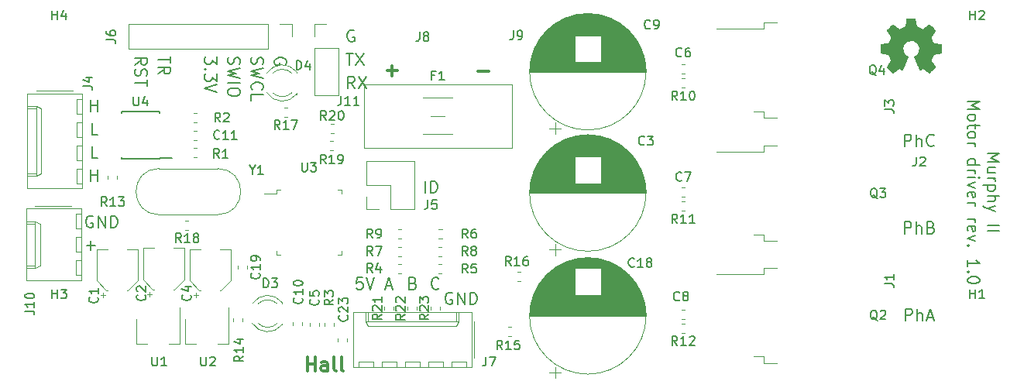
<source format=gbr>
G04 #@! TF.GenerationSoftware,KiCad,Pcbnew,5.0.2-bee76a0~70~ubuntu18.04.1*
G04 #@! TF.CreationDate,2019-01-26T12:58:11+01:00*
G04 #@! TF.ProjectId,MotorDriver,4d6f746f-7244-4726-9976-65722e6b6963,rev?*
G04 #@! TF.SameCoordinates,Original*
G04 #@! TF.FileFunction,Legend,Top*
G04 #@! TF.FilePolarity,Positive*
%FSLAX46Y46*%
G04 Gerber Fmt 4.6, Leading zero omitted, Abs format (unit mm)*
G04 Created by KiCad (PCBNEW 5.0.2-bee76a0~70~ubuntu18.04.1) date So 26. ledna 2019, 12:58:11 CET*
%MOMM*%
%LPD*%
G01*
G04 APERTURE LIST*
%ADD10C,0.300000*%
%ADD11C,0.200000*%
%ADD12C,0.120000*%
%ADD13C,0.150000*%
%ADD14C,0.010000*%
G04 APERTURE END LIST*
D10*
X129234642Y-113645071D02*
X129234642Y-112145071D01*
X129234642Y-112859357D02*
X130091785Y-112859357D01*
X130091785Y-113645071D02*
X130091785Y-112145071D01*
X131448928Y-113645071D02*
X131448928Y-112859357D01*
X131377500Y-112716500D01*
X131234642Y-112645071D01*
X130948928Y-112645071D01*
X130806071Y-112716500D01*
X131448928Y-113573642D02*
X131306071Y-113645071D01*
X130948928Y-113645071D01*
X130806071Y-113573642D01*
X130734642Y-113430785D01*
X130734642Y-113287928D01*
X130806071Y-113145071D01*
X130948928Y-113073642D01*
X131306071Y-113073642D01*
X131448928Y-113002214D01*
X132377500Y-113645071D02*
X132234642Y-113573642D01*
X132163214Y-113430785D01*
X132163214Y-112145071D01*
X133163214Y-113645071D02*
X133020357Y-113573642D01*
X132948928Y-113430785D01*
X132948928Y-112145071D01*
D11*
X203559904Y-89897476D02*
X204859904Y-89897476D01*
X203931333Y-90330809D01*
X204859904Y-90764142D01*
X203559904Y-90764142D01*
X204426571Y-91940333D02*
X203559904Y-91940333D01*
X204426571Y-91383190D02*
X203745619Y-91383190D01*
X203621809Y-91445095D01*
X203559904Y-91568904D01*
X203559904Y-91754619D01*
X203621809Y-91878428D01*
X203683714Y-91940333D01*
X203559904Y-92559380D02*
X204426571Y-92559380D01*
X204178952Y-92559380D02*
X204302761Y-92621285D01*
X204364666Y-92683190D01*
X204426571Y-92807000D01*
X204426571Y-92930809D01*
X204426571Y-93364142D02*
X203126571Y-93364142D01*
X204364666Y-93364142D02*
X204426571Y-93487952D01*
X204426571Y-93735571D01*
X204364666Y-93859380D01*
X204302761Y-93921285D01*
X204178952Y-93983190D01*
X203807523Y-93983190D01*
X203683714Y-93921285D01*
X203621809Y-93859380D01*
X203559904Y-93735571D01*
X203559904Y-93487952D01*
X203621809Y-93364142D01*
X203559904Y-94540333D02*
X204859904Y-94540333D01*
X203559904Y-95097476D02*
X204240857Y-95097476D01*
X204364666Y-95035571D01*
X204426571Y-94911761D01*
X204426571Y-94726047D01*
X204364666Y-94602238D01*
X204302761Y-94540333D01*
X204426571Y-95592714D02*
X203559904Y-95902238D01*
X204426571Y-96211761D02*
X203559904Y-95902238D01*
X203250380Y-95778428D01*
X203188476Y-95716523D01*
X203126571Y-95592714D01*
X203559904Y-97697476D02*
X204859904Y-97697476D01*
X203559904Y-98316523D02*
X204859904Y-98316523D01*
X201409904Y-84171285D02*
X202709904Y-84171285D01*
X201781333Y-84604619D01*
X202709904Y-85037952D01*
X201409904Y-85037952D01*
X201409904Y-85842714D02*
X201471809Y-85718904D01*
X201533714Y-85657000D01*
X201657523Y-85595095D01*
X202028952Y-85595095D01*
X202152761Y-85657000D01*
X202214666Y-85718904D01*
X202276571Y-85842714D01*
X202276571Y-86028428D01*
X202214666Y-86152238D01*
X202152761Y-86214142D01*
X202028952Y-86276047D01*
X201657523Y-86276047D01*
X201533714Y-86214142D01*
X201471809Y-86152238D01*
X201409904Y-86028428D01*
X201409904Y-85842714D01*
X202276571Y-86647476D02*
X202276571Y-87142714D01*
X202709904Y-86833190D02*
X201595619Y-86833190D01*
X201471809Y-86895095D01*
X201409904Y-87018904D01*
X201409904Y-87142714D01*
X201409904Y-87761761D02*
X201471809Y-87637952D01*
X201533714Y-87576047D01*
X201657523Y-87514142D01*
X202028952Y-87514142D01*
X202152761Y-87576047D01*
X202214666Y-87637952D01*
X202276571Y-87761761D01*
X202276571Y-87947476D01*
X202214666Y-88071285D01*
X202152761Y-88133190D01*
X202028952Y-88195095D01*
X201657523Y-88195095D01*
X201533714Y-88133190D01*
X201471809Y-88071285D01*
X201409904Y-87947476D01*
X201409904Y-87761761D01*
X201409904Y-88752238D02*
X202276571Y-88752238D01*
X202028952Y-88752238D02*
X202152761Y-88814142D01*
X202214666Y-88876047D01*
X202276571Y-88999857D01*
X202276571Y-89123666D01*
X201409904Y-91104619D02*
X202709904Y-91104619D01*
X201471809Y-91104619D02*
X201409904Y-90980809D01*
X201409904Y-90733190D01*
X201471809Y-90609380D01*
X201533714Y-90547476D01*
X201657523Y-90485571D01*
X202028952Y-90485571D01*
X202152761Y-90547476D01*
X202214666Y-90609380D01*
X202276571Y-90733190D01*
X202276571Y-90980809D01*
X202214666Y-91104619D01*
X201409904Y-91723666D02*
X202276571Y-91723666D01*
X202028952Y-91723666D02*
X202152761Y-91785571D01*
X202214666Y-91847476D01*
X202276571Y-91971285D01*
X202276571Y-92095095D01*
X201409904Y-92528428D02*
X202276571Y-92528428D01*
X202709904Y-92528428D02*
X202648000Y-92466523D01*
X202586095Y-92528428D01*
X202648000Y-92590333D01*
X202709904Y-92528428D01*
X202586095Y-92528428D01*
X202276571Y-93023666D02*
X201409904Y-93333190D01*
X202276571Y-93642714D01*
X201471809Y-94633190D02*
X201409904Y-94509380D01*
X201409904Y-94261761D01*
X201471809Y-94137952D01*
X201595619Y-94076047D01*
X202090857Y-94076047D01*
X202214666Y-94137952D01*
X202276571Y-94261761D01*
X202276571Y-94509380D01*
X202214666Y-94633190D01*
X202090857Y-94695095D01*
X201967047Y-94695095D01*
X201843238Y-94076047D01*
X201409904Y-95252238D02*
X202276571Y-95252238D01*
X202028952Y-95252238D02*
X202152761Y-95314142D01*
X202214666Y-95376047D01*
X202276571Y-95499857D01*
X202276571Y-95623666D01*
X201409904Y-97047476D02*
X202276571Y-97047476D01*
X202028952Y-97047476D02*
X202152761Y-97109380D01*
X202214666Y-97171285D01*
X202276571Y-97295095D01*
X202276571Y-97418904D01*
X201471809Y-98347476D02*
X201409904Y-98223666D01*
X201409904Y-97976047D01*
X201471809Y-97852238D01*
X201595619Y-97790333D01*
X202090857Y-97790333D01*
X202214666Y-97852238D01*
X202276571Y-97976047D01*
X202276571Y-98223666D01*
X202214666Y-98347476D01*
X202090857Y-98409380D01*
X201967047Y-98409380D01*
X201843238Y-97790333D01*
X202276571Y-98842714D02*
X201409904Y-99152238D01*
X202276571Y-99461761D01*
X201533714Y-99957000D02*
X201471809Y-100018904D01*
X201409904Y-99957000D01*
X201471809Y-99895095D01*
X201533714Y-99957000D01*
X201409904Y-99957000D01*
X201409904Y-102247476D02*
X201409904Y-101504619D01*
X201409904Y-101876047D02*
X202709904Y-101876047D01*
X202524190Y-101752238D01*
X202400380Y-101628428D01*
X202338476Y-101504619D01*
X201533714Y-102804619D02*
X201471809Y-102866523D01*
X201409904Y-102804619D01*
X201471809Y-102742714D01*
X201533714Y-102804619D01*
X201409904Y-102804619D01*
X202709904Y-103671285D02*
X202709904Y-103795095D01*
X202648000Y-103918904D01*
X202586095Y-103980809D01*
X202462285Y-104042714D01*
X202214666Y-104104619D01*
X201905142Y-104104619D01*
X201657523Y-104042714D01*
X201533714Y-103980809D01*
X201471809Y-103918904D01*
X201409904Y-103795095D01*
X201409904Y-103671285D01*
X201471809Y-103547476D01*
X201533714Y-103485571D01*
X201657523Y-103423666D01*
X201905142Y-103361761D01*
X202214666Y-103361761D01*
X202462285Y-103423666D01*
X202586095Y-103485571D01*
X202648000Y-103547476D01*
X202709904Y-103671285D01*
X194509428Y-89107095D02*
X194509428Y-87807095D01*
X195004666Y-87807095D01*
X195128476Y-87869000D01*
X195190380Y-87930904D01*
X195252285Y-88054714D01*
X195252285Y-88240428D01*
X195190380Y-88364238D01*
X195128476Y-88426142D01*
X195004666Y-88488047D01*
X194509428Y-88488047D01*
X195809428Y-89107095D02*
X195809428Y-87807095D01*
X196366571Y-89107095D02*
X196366571Y-88426142D01*
X196304666Y-88302333D01*
X196180857Y-88240428D01*
X195995142Y-88240428D01*
X195871333Y-88302333D01*
X195809428Y-88364238D01*
X197728476Y-88983285D02*
X197666571Y-89045190D01*
X197480857Y-89107095D01*
X197357047Y-89107095D01*
X197171333Y-89045190D01*
X197047523Y-88921380D01*
X196985619Y-88797571D01*
X196923714Y-88549952D01*
X196923714Y-88364238D01*
X196985619Y-88116619D01*
X197047523Y-87992809D01*
X197171333Y-87869000D01*
X197357047Y-87807095D01*
X197480857Y-87807095D01*
X197666571Y-87869000D01*
X197728476Y-87930904D01*
X194509428Y-98632095D02*
X194509428Y-97332095D01*
X195004666Y-97332095D01*
X195128476Y-97394000D01*
X195190380Y-97455904D01*
X195252285Y-97579714D01*
X195252285Y-97765428D01*
X195190380Y-97889238D01*
X195128476Y-97951142D01*
X195004666Y-98013047D01*
X194509428Y-98013047D01*
X195809428Y-98632095D02*
X195809428Y-97332095D01*
X196366571Y-98632095D02*
X196366571Y-97951142D01*
X196304666Y-97827333D01*
X196180857Y-97765428D01*
X195995142Y-97765428D01*
X195871333Y-97827333D01*
X195809428Y-97889238D01*
X197418952Y-97951142D02*
X197604666Y-98013047D01*
X197666571Y-98074952D01*
X197728476Y-98198761D01*
X197728476Y-98384476D01*
X197666571Y-98508285D01*
X197604666Y-98570190D01*
X197480857Y-98632095D01*
X196985619Y-98632095D01*
X196985619Y-97332095D01*
X197418952Y-97332095D01*
X197542761Y-97394000D01*
X197604666Y-97455904D01*
X197666571Y-97579714D01*
X197666571Y-97703523D01*
X197604666Y-97827333D01*
X197542761Y-97889238D01*
X197418952Y-97951142D01*
X196985619Y-97951142D01*
X194602285Y-108157095D02*
X194602285Y-106857095D01*
X195097523Y-106857095D01*
X195221333Y-106919000D01*
X195283238Y-106980904D01*
X195345142Y-107104714D01*
X195345142Y-107290428D01*
X195283238Y-107414238D01*
X195221333Y-107476142D01*
X195097523Y-107538047D01*
X194602285Y-107538047D01*
X195902285Y-108157095D02*
X195902285Y-106857095D01*
X196459428Y-108157095D02*
X196459428Y-107476142D01*
X196397523Y-107352333D01*
X196273714Y-107290428D01*
X196088000Y-107290428D01*
X195964190Y-107352333D01*
X195902285Y-107414238D01*
X197016571Y-107785666D02*
X197635619Y-107785666D01*
X196892761Y-108157095D02*
X197326095Y-106857095D01*
X197759428Y-108157095D01*
X143594880Y-104604285D02*
X143532976Y-104666190D01*
X143347261Y-104728095D01*
X143223452Y-104728095D01*
X143037738Y-104666190D01*
X142913928Y-104542380D01*
X142852023Y-104418571D01*
X142790119Y-104170952D01*
X142790119Y-103985238D01*
X142852023Y-103737619D01*
X142913928Y-103613809D01*
X143037738Y-103490000D01*
X143223452Y-103428095D01*
X143347261Y-103428095D01*
X143532976Y-103490000D01*
X143594880Y-103551904D01*
X140808857Y-104047142D02*
X140994571Y-104109047D01*
X141056476Y-104170952D01*
X141118380Y-104294761D01*
X141118380Y-104480476D01*
X141056476Y-104604285D01*
X140994571Y-104666190D01*
X140870761Y-104728095D01*
X140375523Y-104728095D01*
X140375523Y-103428095D01*
X140808857Y-103428095D01*
X140932666Y-103490000D01*
X140994571Y-103551904D01*
X141056476Y-103675714D01*
X141056476Y-103799523D01*
X140994571Y-103923333D01*
X140932666Y-103985238D01*
X140808857Y-104047142D01*
X140375523Y-104047142D01*
X137866476Y-104356666D02*
X138485523Y-104356666D01*
X137742666Y-104728095D02*
X138176000Y-103428095D01*
X138609333Y-104728095D01*
X135261380Y-103428095D02*
X134642333Y-103428095D01*
X134580428Y-104047142D01*
X134642333Y-103985238D01*
X134766142Y-103923333D01*
X135075666Y-103923333D01*
X135199476Y-103985238D01*
X135261380Y-104047142D01*
X135323285Y-104170952D01*
X135323285Y-104480476D01*
X135261380Y-104604285D01*
X135199476Y-104666190D01*
X135075666Y-104728095D01*
X134766142Y-104728095D01*
X134642333Y-104666190D01*
X134580428Y-104604285D01*
X135694714Y-103428095D02*
X136128047Y-104728095D01*
X136561380Y-103428095D01*
X145059523Y-105141000D02*
X144935714Y-105079095D01*
X144750000Y-105079095D01*
X144564285Y-105141000D01*
X144440476Y-105264809D01*
X144378571Y-105388619D01*
X144316666Y-105636238D01*
X144316666Y-105821952D01*
X144378571Y-106069571D01*
X144440476Y-106193380D01*
X144564285Y-106317190D01*
X144750000Y-106379095D01*
X144873809Y-106379095D01*
X145059523Y-106317190D01*
X145121428Y-106255285D01*
X145121428Y-105821952D01*
X144873809Y-105821952D01*
X145678571Y-106379095D02*
X145678571Y-105079095D01*
X146421428Y-106379095D01*
X146421428Y-105079095D01*
X147040476Y-106379095D02*
X147040476Y-105079095D01*
X147350000Y-105079095D01*
X147535714Y-105141000D01*
X147659523Y-105264809D01*
X147721428Y-105388619D01*
X147783333Y-105636238D01*
X147783333Y-105821952D01*
X147721428Y-106069571D01*
X147659523Y-106193380D01*
X147535714Y-106317190D01*
X147350000Y-106379095D01*
X147040476Y-106379095D01*
X105768476Y-96759000D02*
X105644666Y-96697095D01*
X105458952Y-96697095D01*
X105273238Y-96759000D01*
X105149428Y-96882809D01*
X105087523Y-97006619D01*
X105025619Y-97254238D01*
X105025619Y-97439952D01*
X105087523Y-97687571D01*
X105149428Y-97811380D01*
X105273238Y-97935190D01*
X105458952Y-97997095D01*
X105582761Y-97997095D01*
X105768476Y-97935190D01*
X105830380Y-97873285D01*
X105830380Y-97439952D01*
X105582761Y-97439952D01*
X106387523Y-97997095D02*
X106387523Y-96697095D01*
X107130380Y-97997095D01*
X107130380Y-96697095D01*
X107749428Y-97997095D02*
X107749428Y-96697095D01*
X108058952Y-96697095D01*
X108244666Y-96759000D01*
X108368476Y-96882809D01*
X108430380Y-97006619D01*
X108492285Y-97254238D01*
X108492285Y-97439952D01*
X108430380Y-97687571D01*
X108368476Y-97811380D01*
X108244666Y-97935190D01*
X108058952Y-97997095D01*
X107749428Y-97997095D01*
X105087523Y-99914857D02*
X106078000Y-99914857D01*
X105582761Y-100410095D02*
X105582761Y-99419619D01*
X105546571Y-85297095D02*
X105546571Y-83997095D01*
X105546571Y-84616142D02*
X106289428Y-84616142D01*
X106289428Y-85297095D02*
X106289428Y-83997095D01*
X106320380Y-87837095D02*
X105701333Y-87837095D01*
X105701333Y-86537095D01*
X106320380Y-90377095D02*
X105701333Y-90377095D01*
X105701333Y-89077095D01*
X105546571Y-92917095D02*
X105546571Y-91617095D01*
X105546571Y-92236142D02*
X106289428Y-92236142D01*
X106289428Y-92917095D02*
X106289428Y-91617095D01*
X142098000Y-94187095D02*
X142098000Y-92887095D01*
X142717047Y-94187095D02*
X142717047Y-92887095D01*
X143026571Y-92887095D01*
X143212285Y-92949000D01*
X143336095Y-93072809D01*
X143398000Y-93196619D01*
X143459904Y-93444238D01*
X143459904Y-93629952D01*
X143398000Y-93877571D01*
X143336095Y-94001380D01*
X143212285Y-94125190D01*
X143026571Y-94187095D01*
X142717047Y-94187095D01*
D10*
X147916971Y-80879142D02*
X149059828Y-80879142D01*
X137934771Y-80828342D02*
X139077628Y-80828342D01*
X138506200Y-81399771D02*
X138506200Y-80256914D01*
D11*
X134405380Y-82757095D02*
X133972047Y-82138047D01*
X133662523Y-82757095D02*
X133662523Y-81457095D01*
X134157761Y-81457095D01*
X134281571Y-81519000D01*
X134343476Y-81580904D01*
X134405380Y-81704714D01*
X134405380Y-81890428D01*
X134343476Y-82014238D01*
X134281571Y-82076142D01*
X134157761Y-82138047D01*
X133662523Y-82138047D01*
X134838714Y-81457095D02*
X135705380Y-82757095D01*
X135705380Y-81457095D02*
X134838714Y-82757095D01*
X133476809Y-78917095D02*
X134219666Y-78917095D01*
X133848238Y-80217095D02*
X133848238Y-78917095D01*
X134529190Y-78917095D02*
X135395857Y-80217095D01*
X135395857Y-78917095D02*
X134529190Y-80217095D01*
X134343476Y-76439000D02*
X134219666Y-76377095D01*
X134033952Y-76377095D01*
X133848238Y-76439000D01*
X133724428Y-76562809D01*
X133662523Y-76686619D01*
X133600619Y-76934238D01*
X133600619Y-77119952D01*
X133662523Y-77367571D01*
X133724428Y-77491380D01*
X133848238Y-77615190D01*
X134033952Y-77677095D01*
X134157761Y-77677095D01*
X134343476Y-77615190D01*
X134405380Y-77553285D01*
X134405380Y-77119952D01*
X134157761Y-77119952D01*
X110409904Y-80176380D02*
X111028952Y-79743047D01*
X110409904Y-79433523D02*
X111709904Y-79433523D01*
X111709904Y-79928761D01*
X111648000Y-80052571D01*
X111586095Y-80114476D01*
X111462285Y-80176380D01*
X111276571Y-80176380D01*
X111152761Y-80114476D01*
X111090857Y-80052571D01*
X111028952Y-79928761D01*
X111028952Y-79433523D01*
X110471809Y-80671619D02*
X110409904Y-80857333D01*
X110409904Y-81166857D01*
X110471809Y-81290666D01*
X110533714Y-81352571D01*
X110657523Y-81414476D01*
X110781333Y-81414476D01*
X110905142Y-81352571D01*
X110967047Y-81290666D01*
X111028952Y-81166857D01*
X111090857Y-80919238D01*
X111152761Y-80795428D01*
X111214666Y-80733523D01*
X111338476Y-80671619D01*
X111462285Y-80671619D01*
X111586095Y-80733523D01*
X111648000Y-80795428D01*
X111709904Y-80919238D01*
X111709904Y-81228761D01*
X111648000Y-81414476D01*
X111709904Y-81785904D02*
X111709904Y-82528761D01*
X110409904Y-82157333D02*
X111709904Y-82157333D01*
X114249904Y-79247809D02*
X114249904Y-79990666D01*
X112949904Y-79619238D02*
X114249904Y-79619238D01*
X112949904Y-81166857D02*
X113568952Y-80733523D01*
X112949904Y-80424000D02*
X114249904Y-80424000D01*
X114249904Y-80919238D01*
X114188000Y-81043047D01*
X114126095Y-81104952D01*
X114002285Y-81166857D01*
X113816571Y-81166857D01*
X113692761Y-81104952D01*
X113630857Y-81043047D01*
X113568952Y-80919238D01*
X113568952Y-80424000D01*
X123171809Y-79371619D02*
X123109904Y-79557333D01*
X123109904Y-79866857D01*
X123171809Y-79990666D01*
X123233714Y-80052571D01*
X123357523Y-80114476D01*
X123481333Y-80114476D01*
X123605142Y-80052571D01*
X123667047Y-79990666D01*
X123728952Y-79866857D01*
X123790857Y-79619238D01*
X123852761Y-79495428D01*
X123914666Y-79433523D01*
X124038476Y-79371619D01*
X124162285Y-79371619D01*
X124286095Y-79433523D01*
X124348000Y-79495428D01*
X124409904Y-79619238D01*
X124409904Y-79928761D01*
X124348000Y-80114476D01*
X124409904Y-80547809D02*
X123109904Y-80857333D01*
X124038476Y-81104952D01*
X123109904Y-81352571D01*
X124409904Y-81662095D01*
X123233714Y-82900190D02*
X123171809Y-82838285D01*
X123109904Y-82652571D01*
X123109904Y-82528761D01*
X123171809Y-82343047D01*
X123295619Y-82219238D01*
X123419428Y-82157333D01*
X123667047Y-82095428D01*
X123852761Y-82095428D01*
X124100380Y-82157333D01*
X124224190Y-82219238D01*
X124348000Y-82343047D01*
X124409904Y-82528761D01*
X124409904Y-82652571D01*
X124348000Y-82838285D01*
X124286095Y-82900190D01*
X123109904Y-84076380D02*
X123109904Y-83457333D01*
X124409904Y-83457333D01*
X120631809Y-79371619D02*
X120569904Y-79557333D01*
X120569904Y-79866857D01*
X120631809Y-79990666D01*
X120693714Y-80052571D01*
X120817523Y-80114476D01*
X120941333Y-80114476D01*
X121065142Y-80052571D01*
X121127047Y-79990666D01*
X121188952Y-79866857D01*
X121250857Y-79619238D01*
X121312761Y-79495428D01*
X121374666Y-79433523D01*
X121498476Y-79371619D01*
X121622285Y-79371619D01*
X121746095Y-79433523D01*
X121808000Y-79495428D01*
X121869904Y-79619238D01*
X121869904Y-79928761D01*
X121808000Y-80114476D01*
X121869904Y-80547809D02*
X120569904Y-80857333D01*
X121498476Y-81104952D01*
X120569904Y-81352571D01*
X121869904Y-81662095D01*
X120569904Y-82157333D02*
X121869904Y-82157333D01*
X121869904Y-83024000D02*
X121869904Y-83271619D01*
X121808000Y-83395428D01*
X121684190Y-83519238D01*
X121436571Y-83581142D01*
X121003238Y-83581142D01*
X120755619Y-83519238D01*
X120631809Y-83395428D01*
X120569904Y-83271619D01*
X120569904Y-83024000D01*
X120631809Y-82900190D01*
X120755619Y-82776380D01*
X121003238Y-82714476D01*
X121436571Y-82714476D01*
X121684190Y-82776380D01*
X121808000Y-82900190D01*
X121869904Y-83024000D01*
X119329904Y-79309714D02*
X119329904Y-80114476D01*
X118834666Y-79681142D01*
X118834666Y-79866857D01*
X118772761Y-79990666D01*
X118710857Y-80052571D01*
X118587047Y-80114476D01*
X118277523Y-80114476D01*
X118153714Y-80052571D01*
X118091809Y-79990666D01*
X118029904Y-79866857D01*
X118029904Y-79495428D01*
X118091809Y-79371619D01*
X118153714Y-79309714D01*
X118153714Y-80671619D02*
X118091809Y-80733523D01*
X118029904Y-80671619D01*
X118091809Y-80609714D01*
X118153714Y-80671619D01*
X118029904Y-80671619D01*
X119329904Y-81166857D02*
X119329904Y-81971619D01*
X118834666Y-81538285D01*
X118834666Y-81724000D01*
X118772761Y-81847809D01*
X118710857Y-81909714D01*
X118587047Y-81971619D01*
X118277523Y-81971619D01*
X118153714Y-81909714D01*
X118091809Y-81847809D01*
X118029904Y-81724000D01*
X118029904Y-81352571D01*
X118091809Y-81228761D01*
X118153714Y-81166857D01*
X119329904Y-82343047D02*
X118029904Y-82776380D01*
X119329904Y-83209714D01*
X126888000Y-80114476D02*
X126949904Y-79990666D01*
X126949904Y-79804952D01*
X126888000Y-79619238D01*
X126764190Y-79495428D01*
X126640380Y-79433523D01*
X126392761Y-79371619D01*
X126207047Y-79371619D01*
X125959428Y-79433523D01*
X125835619Y-79495428D01*
X125711809Y-79619238D01*
X125649904Y-79804952D01*
X125649904Y-79928761D01*
X125711809Y-80114476D01*
X125773714Y-80176380D01*
X126207047Y-80176380D01*
X126207047Y-79928761D01*
D12*
G04 #@! TO.C,Q4*
X180595000Y-75572000D02*
X179095000Y-75572000D01*
X179095000Y-75572000D02*
X179095000Y-76262000D01*
X179095000Y-76262000D02*
X173970000Y-76262000D01*
X180595000Y-85972000D02*
X179095000Y-85972000D01*
X179095000Y-85972000D02*
X179095000Y-85282000D01*
X179095000Y-85282000D02*
X177995000Y-85282000D01*
G04 #@! TO.C,J7*
X147176000Y-113266000D02*
X147176000Y-107246000D01*
X147176000Y-107246000D02*
X134256000Y-107246000D01*
X134256000Y-107246000D02*
X134256000Y-113266000D01*
X134256000Y-113266000D02*
X147176000Y-113266000D01*
X147466000Y-112236000D02*
X147466000Y-108236000D01*
X145796000Y-107246000D02*
X145796000Y-108246000D01*
X145796000Y-108246000D02*
X135636000Y-108246000D01*
X135636000Y-108246000D02*
X135636000Y-107246000D01*
X145796000Y-108246000D02*
X145546000Y-108776000D01*
X145546000Y-108776000D02*
X135886000Y-108776000D01*
X135886000Y-108776000D02*
X135636000Y-108246000D01*
X145546000Y-107246000D02*
X145546000Y-108246000D01*
X135886000Y-107246000D02*
X135886000Y-108246000D01*
X146596000Y-113266000D02*
X146596000Y-112666000D01*
X146596000Y-112666000D02*
X144996000Y-112666000D01*
X144996000Y-112666000D02*
X144996000Y-113266000D01*
X144056000Y-113266000D02*
X144056000Y-112666000D01*
X144056000Y-112666000D02*
X142456000Y-112666000D01*
X142456000Y-112666000D02*
X142456000Y-113266000D01*
X141516000Y-113266000D02*
X141516000Y-112666000D01*
X141516000Y-112666000D02*
X139916000Y-112666000D01*
X139916000Y-112666000D02*
X139916000Y-113266000D01*
X138976000Y-113266000D02*
X138976000Y-112666000D01*
X138976000Y-112666000D02*
X137376000Y-112666000D01*
X137376000Y-112666000D02*
X137376000Y-113266000D01*
X136436000Y-113266000D02*
X136436000Y-112666000D01*
X136436000Y-112666000D02*
X134836000Y-112666000D01*
X134836000Y-112666000D02*
X134836000Y-113266000D01*
D13*
G04 #@! TO.C,U4*
X113073000Y-90459000D02*
X113073000Y-90409000D01*
X108923000Y-90459000D02*
X108923000Y-90314000D01*
X108923000Y-85309000D02*
X108923000Y-85454000D01*
X113073000Y-85309000D02*
X113073000Y-85454000D01*
X113073000Y-90459000D02*
X108923000Y-90459000D01*
X113073000Y-85309000D02*
X108923000Y-85309000D01*
X113073000Y-90409000D02*
X114473000Y-90409000D01*
D12*
G04 #@! TO.C,F1*
X135403000Y-82304000D02*
X135403000Y-89244000D01*
X135403000Y-89244000D02*
X151603000Y-89244000D01*
X151603000Y-89244000D02*
X151603000Y-82304000D01*
X151603000Y-82304000D02*
X135403000Y-82304000D01*
X142753000Y-85774000D02*
X144253000Y-85774000D01*
X145103000Y-87774000D02*
X141903000Y-87774000D01*
X141903000Y-83774000D02*
X145103000Y-83774000D01*
G04 #@! TO.C,Q2*
X179083000Y-112079000D02*
X177983000Y-112079000D01*
X179083000Y-112769000D02*
X179083000Y-112079000D01*
X180583000Y-112769000D02*
X179083000Y-112769000D01*
X179083000Y-103059000D02*
X173958000Y-103059000D01*
X179083000Y-102369000D02*
X179083000Y-103059000D01*
X180583000Y-102369000D02*
X179083000Y-102369000D01*
G04 #@! TO.C,Q3*
X180595000Y-89034000D02*
X179095000Y-89034000D01*
X179095000Y-89034000D02*
X179095000Y-89724000D01*
X179095000Y-89724000D02*
X173970000Y-89724000D01*
X180595000Y-99434000D02*
X179095000Y-99434000D01*
X179095000Y-99434000D02*
X179095000Y-98744000D01*
X179095000Y-98744000D02*
X177995000Y-98744000D01*
G04 #@! TO.C,U1*
X111703000Y-110682500D02*
X110503000Y-110682500D01*
X110503000Y-110682500D02*
X110503000Y-107982500D01*
X115303000Y-106682500D02*
X115303000Y-110682500D01*
X115303000Y-110682500D02*
X114103000Y-110682500D01*
G04 #@! TO.C,U2*
X120637000Y-110682500D02*
X119437000Y-110682500D01*
X120637000Y-106682500D02*
X120637000Y-110682500D01*
X115837000Y-110682500D02*
X115837000Y-107982500D01*
X117037000Y-110682500D02*
X115837000Y-110682500D01*
G04 #@! TO.C,U3*
X125853000Y-100969000D02*
X126273000Y-100969000D01*
X125853000Y-93849000D02*
X125853000Y-94269000D01*
X125853000Y-94269000D02*
X124473000Y-94269000D01*
X132973000Y-93849000D02*
X132553000Y-93849000D01*
X132973000Y-100969000D02*
X132553000Y-100969000D01*
X125853000Y-93849000D02*
X126273000Y-93849000D01*
X125853000Y-100969000D02*
X125853000Y-100549000D01*
X132973000Y-100969000D02*
X132973000Y-100549000D01*
X132973000Y-93849000D02*
X132973000Y-94269000D01*
G04 #@! TO.C,Y1*
X119432000Y-96568500D02*
X113032000Y-96568500D01*
X119432000Y-91518500D02*
X113032000Y-91518500D01*
X119432000Y-91518500D02*
G75*
G02X119432000Y-96568500I0J-2525000D01*
G01*
X113032000Y-91518500D02*
G75*
G03X113032000Y-96568500I0J-2525000D01*
G01*
G04 #@! TO.C,C5*
X129538000Y-108364233D02*
X129538000Y-108706767D01*
X130558000Y-108364233D02*
X130558000Y-108706767D01*
G04 #@! TO.C,C11*
X116809733Y-87374000D02*
X117152267Y-87374000D01*
X116809733Y-88394000D02*
X117152267Y-88394000D01*
G04 #@! TO.C,R1*
X116795733Y-89279000D02*
X117138267Y-89279000D01*
X116795733Y-90299000D02*
X117138267Y-90299000D01*
G04 #@! TO.C,R2*
X116781733Y-86489000D02*
X117124267Y-86489000D01*
X116781733Y-85469000D02*
X117124267Y-85469000D01*
G04 #@! TO.C,R3*
X132145500Y-108364233D02*
X132145500Y-108706767D01*
X131125500Y-108364233D02*
X131125500Y-108706767D01*
G04 #@! TO.C,R4*
X139504267Y-101979000D02*
X139161733Y-101979000D01*
X139504267Y-102999000D02*
X139161733Y-102999000D01*
G04 #@! TO.C,R5*
X143592733Y-101979000D02*
X143935267Y-101979000D01*
X143592733Y-102999000D02*
X143935267Y-102999000D01*
G04 #@! TO.C,R6*
X143949267Y-99189000D02*
X143606733Y-99189000D01*
X143949267Y-98169000D02*
X143606733Y-98169000D01*
G04 #@! TO.C,R7*
X139133733Y-101094000D02*
X139476267Y-101094000D01*
X139133733Y-100074000D02*
X139476267Y-100074000D01*
G04 #@! TO.C,R8*
X143921267Y-100074000D02*
X143578733Y-100074000D01*
X143921267Y-101094000D02*
X143578733Y-101094000D01*
G04 #@! TO.C,R9*
X139161733Y-98169000D02*
X139504267Y-98169000D01*
X139161733Y-99189000D02*
X139504267Y-99189000D01*
G04 #@! TO.C,R13*
X107440000Y-92284733D02*
X107440000Y-92627267D01*
X108460000Y-92284733D02*
X108460000Y-92627267D01*
G04 #@! TO.C,C1*
X110718000Y-100334000D02*
X109518000Y-100334000D01*
X106198000Y-100334000D02*
X107398000Y-100334000D01*
X106198000Y-103789563D02*
X106198000Y-100334000D01*
X110718000Y-103789563D02*
X110718000Y-100334000D01*
X109653563Y-104854000D02*
X109518000Y-104854000D01*
X107262437Y-104854000D02*
X107398000Y-104854000D01*
X107262437Y-104854000D02*
X106198000Y-103789563D01*
X109653563Y-104854000D02*
X110718000Y-103789563D01*
X106898000Y-105594000D02*
X106898000Y-105094000D01*
X106648000Y-105344000D02*
X107148000Y-105344000D01*
G04 #@! TO.C,C2*
X115798000Y-100229000D02*
X114598000Y-100229000D01*
X111278000Y-100229000D02*
X112478000Y-100229000D01*
X111278000Y-103684563D02*
X111278000Y-100229000D01*
X115798000Y-103684563D02*
X115798000Y-100229000D01*
X114733563Y-104749000D02*
X114598000Y-104749000D01*
X112342437Y-104749000D02*
X112478000Y-104749000D01*
X112342437Y-104749000D02*
X111278000Y-103684563D01*
X114733563Y-104749000D02*
X115798000Y-103684563D01*
X111978000Y-105489000D02*
X111978000Y-104989000D01*
X111728000Y-105239000D02*
X112228000Y-105239000D01*
G04 #@! TO.C,C4*
X116808000Y-105344000D02*
X117308000Y-105344000D01*
X117058000Y-105594000D02*
X117058000Y-105094000D01*
X119813563Y-104854000D02*
X120878000Y-103789563D01*
X117422437Y-104854000D02*
X116358000Y-103789563D01*
X117422437Y-104854000D02*
X117558000Y-104854000D01*
X119813563Y-104854000D02*
X119678000Y-104854000D01*
X120878000Y-103789563D02*
X120878000Y-100334000D01*
X116358000Y-103789563D02*
X116358000Y-100334000D01*
X116358000Y-100334000D02*
X117558000Y-100334000D01*
X120878000Y-100334000D02*
X119678000Y-100334000D01*
G04 #@! TO.C,J6*
X109668000Y-75759000D02*
X109668000Y-78419000D01*
X124968000Y-75759000D02*
X109668000Y-75759000D01*
X124968000Y-78419000D02*
X109668000Y-78419000D01*
X124968000Y-75759000D02*
X124968000Y-78419000D01*
X126238000Y-75759000D02*
X127568000Y-75759000D01*
X127568000Y-75759000D02*
X127568000Y-77089000D01*
G04 #@! TO.C,J5*
X140903000Y-95945000D02*
X140903000Y-90745000D01*
X138303000Y-95945000D02*
X140903000Y-95945000D01*
X135703000Y-90745000D02*
X140903000Y-90745000D01*
X138303000Y-95945000D02*
X138303000Y-93345000D01*
X138303000Y-93345000D02*
X135703000Y-93345000D01*
X135703000Y-93345000D02*
X135703000Y-90745000D01*
X137033000Y-95945000D02*
X135703000Y-95945000D01*
X135703000Y-95945000D02*
X135703000Y-94615000D01*
G04 #@! TO.C,C18*
X166263000Y-107629000D02*
G75*
G03X166263000Y-107629000I-6370000J0D01*
G01*
X153563000Y-107629000D02*
X166223000Y-107629000D01*
X153563000Y-107589000D02*
X166223000Y-107589000D01*
X153563000Y-107549000D02*
X166223000Y-107549000D01*
X153564000Y-107509000D02*
X166222000Y-107509000D01*
X153565000Y-107469000D02*
X166221000Y-107469000D01*
X153566000Y-107429000D02*
X166220000Y-107429000D01*
X153567000Y-107389000D02*
X166219000Y-107389000D01*
X153569000Y-107349000D02*
X166217000Y-107349000D01*
X153571000Y-107309000D02*
X166215000Y-107309000D01*
X153573000Y-107269000D02*
X166213000Y-107269000D01*
X153575000Y-107229000D02*
X166211000Y-107229000D01*
X153578000Y-107189000D02*
X166208000Y-107189000D01*
X153581000Y-107149000D02*
X166205000Y-107149000D01*
X153584000Y-107109000D02*
X166202000Y-107109000D01*
X153587000Y-107069000D02*
X166199000Y-107069000D01*
X153591000Y-107029000D02*
X166195000Y-107029000D01*
X153595000Y-106989000D02*
X166191000Y-106989000D01*
X153599000Y-106949000D02*
X166187000Y-106949000D01*
X153603000Y-106908000D02*
X166183000Y-106908000D01*
X153608000Y-106868000D02*
X166178000Y-106868000D01*
X153613000Y-106828000D02*
X166173000Y-106828000D01*
X153618000Y-106788000D02*
X166168000Y-106788000D01*
X153624000Y-106748000D02*
X166162000Y-106748000D01*
X153629000Y-106708000D02*
X166157000Y-106708000D01*
X153635000Y-106668000D02*
X166151000Y-106668000D01*
X153641000Y-106628000D02*
X166145000Y-106628000D01*
X153648000Y-106588000D02*
X166138000Y-106588000D01*
X153655000Y-106548000D02*
X166131000Y-106548000D01*
X153662000Y-106508000D02*
X166124000Y-106508000D01*
X153669000Y-106468000D02*
X166117000Y-106468000D01*
X153677000Y-106428000D02*
X166109000Y-106428000D01*
X153684000Y-106388000D02*
X166102000Y-106388000D01*
X153692000Y-106348000D02*
X166094000Y-106348000D01*
X153701000Y-106308000D02*
X166085000Y-106308000D01*
X153709000Y-106268000D02*
X166077000Y-106268000D01*
X153718000Y-106228000D02*
X166068000Y-106228000D01*
X153727000Y-106188000D02*
X166059000Y-106188000D01*
X153737000Y-106148000D02*
X166049000Y-106148000D01*
X153747000Y-106108000D02*
X166039000Y-106108000D01*
X153756000Y-106068000D02*
X166030000Y-106068000D01*
X153767000Y-106028000D02*
X166019000Y-106028000D01*
X153777000Y-105988000D02*
X166009000Y-105988000D01*
X153788000Y-105948000D02*
X165998000Y-105948000D01*
X153799000Y-105908000D02*
X165987000Y-105908000D01*
X153810000Y-105868000D02*
X165976000Y-105868000D01*
X153822000Y-105828000D02*
X165964000Y-105828000D01*
X153834000Y-105788000D02*
X165952000Y-105788000D01*
X153846000Y-105748000D02*
X165940000Y-105748000D01*
X153859000Y-105708000D02*
X165927000Y-105708000D01*
X153872000Y-105668000D02*
X165914000Y-105668000D01*
X153885000Y-105628000D02*
X165901000Y-105628000D01*
X153898000Y-105588000D02*
X165888000Y-105588000D01*
X153912000Y-105548000D02*
X165874000Y-105548000D01*
X153926000Y-105508000D02*
X165860000Y-105508000D01*
X153940000Y-105468000D02*
X165846000Y-105468000D01*
X153954000Y-105428000D02*
X165832000Y-105428000D01*
X153969000Y-105388000D02*
X165817000Y-105388000D01*
X153985000Y-105348000D02*
X165801000Y-105348000D01*
X154000000Y-105308000D02*
X158453000Y-105308000D01*
X161333000Y-105308000D02*
X165786000Y-105308000D01*
X154016000Y-105268000D02*
X158453000Y-105268000D01*
X161333000Y-105268000D02*
X165770000Y-105268000D01*
X154032000Y-105228000D02*
X158453000Y-105228000D01*
X161333000Y-105228000D02*
X165754000Y-105228000D01*
X154048000Y-105188000D02*
X158453000Y-105188000D01*
X161333000Y-105188000D02*
X165738000Y-105188000D01*
X154065000Y-105148000D02*
X158453000Y-105148000D01*
X161333000Y-105148000D02*
X165721000Y-105148000D01*
X154082000Y-105108000D02*
X158453000Y-105108000D01*
X161333000Y-105108000D02*
X165704000Y-105108000D01*
X154100000Y-105068000D02*
X158453000Y-105068000D01*
X161333000Y-105068000D02*
X165686000Y-105068000D01*
X154117000Y-105028000D02*
X158453000Y-105028000D01*
X161333000Y-105028000D02*
X165669000Y-105028000D01*
X154135000Y-104988000D02*
X158453000Y-104988000D01*
X161333000Y-104988000D02*
X165651000Y-104988000D01*
X154154000Y-104948000D02*
X158453000Y-104948000D01*
X161333000Y-104948000D02*
X165632000Y-104948000D01*
X154172000Y-104908000D02*
X158453000Y-104908000D01*
X161333000Y-104908000D02*
X165614000Y-104908000D01*
X154191000Y-104868000D02*
X158453000Y-104868000D01*
X161333000Y-104868000D02*
X165595000Y-104868000D01*
X154211000Y-104828000D02*
X158453000Y-104828000D01*
X161333000Y-104828000D02*
X165575000Y-104828000D01*
X154231000Y-104788000D02*
X158453000Y-104788000D01*
X161333000Y-104788000D02*
X165555000Y-104788000D01*
X154251000Y-104748000D02*
X158453000Y-104748000D01*
X161333000Y-104748000D02*
X165535000Y-104748000D01*
X154271000Y-104708000D02*
X158453000Y-104708000D01*
X161333000Y-104708000D02*
X165515000Y-104708000D01*
X154292000Y-104668000D02*
X158453000Y-104668000D01*
X161333000Y-104668000D02*
X165494000Y-104668000D01*
X154313000Y-104628000D02*
X158453000Y-104628000D01*
X161333000Y-104628000D02*
X165473000Y-104628000D01*
X154335000Y-104588000D02*
X158453000Y-104588000D01*
X161333000Y-104588000D02*
X165451000Y-104588000D01*
X154357000Y-104548000D02*
X158453000Y-104548000D01*
X161333000Y-104548000D02*
X165429000Y-104548000D01*
X154379000Y-104508000D02*
X158453000Y-104508000D01*
X161333000Y-104508000D02*
X165407000Y-104508000D01*
X154402000Y-104468000D02*
X158453000Y-104468000D01*
X161333000Y-104468000D02*
X165384000Y-104468000D01*
X154425000Y-104428000D02*
X158453000Y-104428000D01*
X161333000Y-104428000D02*
X165361000Y-104428000D01*
X154448000Y-104388000D02*
X158453000Y-104388000D01*
X161333000Y-104388000D02*
X165338000Y-104388000D01*
X154472000Y-104348000D02*
X158453000Y-104348000D01*
X161333000Y-104348000D02*
X165314000Y-104348000D01*
X154496000Y-104308000D02*
X158453000Y-104308000D01*
X161333000Y-104308000D02*
X165290000Y-104308000D01*
X154521000Y-104268000D02*
X158453000Y-104268000D01*
X161333000Y-104268000D02*
X165265000Y-104268000D01*
X154546000Y-104228000D02*
X158453000Y-104228000D01*
X161333000Y-104228000D02*
X165240000Y-104228000D01*
X154571000Y-104188000D02*
X158453000Y-104188000D01*
X161333000Y-104188000D02*
X165215000Y-104188000D01*
X154597000Y-104148000D02*
X158453000Y-104148000D01*
X161333000Y-104148000D02*
X165189000Y-104148000D01*
X154623000Y-104108000D02*
X158453000Y-104108000D01*
X161333000Y-104108000D02*
X165163000Y-104108000D01*
X154650000Y-104068000D02*
X158453000Y-104068000D01*
X161333000Y-104068000D02*
X165136000Y-104068000D01*
X154677000Y-104028000D02*
X158453000Y-104028000D01*
X161333000Y-104028000D02*
X165109000Y-104028000D01*
X154705000Y-103988000D02*
X158453000Y-103988000D01*
X161333000Y-103988000D02*
X165081000Y-103988000D01*
X154733000Y-103948000D02*
X158453000Y-103948000D01*
X161333000Y-103948000D02*
X165053000Y-103948000D01*
X154762000Y-103908000D02*
X158453000Y-103908000D01*
X161333000Y-103908000D02*
X165024000Y-103908000D01*
X154791000Y-103868000D02*
X158453000Y-103868000D01*
X161333000Y-103868000D02*
X164995000Y-103868000D01*
X154820000Y-103828000D02*
X158453000Y-103828000D01*
X161333000Y-103828000D02*
X164966000Y-103828000D01*
X154850000Y-103788000D02*
X158453000Y-103788000D01*
X161333000Y-103788000D02*
X164936000Y-103788000D01*
X154881000Y-103748000D02*
X158453000Y-103748000D01*
X161333000Y-103748000D02*
X164905000Y-103748000D01*
X154911000Y-103708000D02*
X158453000Y-103708000D01*
X161333000Y-103708000D02*
X164875000Y-103708000D01*
X154943000Y-103668000D02*
X158453000Y-103668000D01*
X161333000Y-103668000D02*
X164843000Y-103668000D01*
X154975000Y-103628000D02*
X158453000Y-103628000D01*
X161333000Y-103628000D02*
X164811000Y-103628000D01*
X155008000Y-103588000D02*
X158453000Y-103588000D01*
X161333000Y-103588000D02*
X164778000Y-103588000D01*
X155041000Y-103548000D02*
X158453000Y-103548000D01*
X161333000Y-103548000D02*
X164745000Y-103548000D01*
X155074000Y-103508000D02*
X158453000Y-103508000D01*
X161333000Y-103508000D02*
X164712000Y-103508000D01*
X155108000Y-103468000D02*
X158453000Y-103468000D01*
X161333000Y-103468000D02*
X164678000Y-103468000D01*
X155143000Y-103428000D02*
X158453000Y-103428000D01*
X161333000Y-103428000D02*
X164643000Y-103428000D01*
X155179000Y-103388000D02*
X158453000Y-103388000D01*
X161333000Y-103388000D02*
X164607000Y-103388000D01*
X155215000Y-103348000D02*
X158453000Y-103348000D01*
X161333000Y-103348000D02*
X164571000Y-103348000D01*
X155251000Y-103308000D02*
X158453000Y-103308000D01*
X161333000Y-103308000D02*
X164535000Y-103308000D01*
X155288000Y-103268000D02*
X158453000Y-103268000D01*
X161333000Y-103268000D02*
X164498000Y-103268000D01*
X155326000Y-103228000D02*
X158453000Y-103228000D01*
X161333000Y-103228000D02*
X164460000Y-103228000D01*
X155365000Y-103188000D02*
X158453000Y-103188000D01*
X161333000Y-103188000D02*
X164421000Y-103188000D01*
X155404000Y-103148000D02*
X158453000Y-103148000D01*
X161333000Y-103148000D02*
X164382000Y-103148000D01*
X155444000Y-103108000D02*
X158453000Y-103108000D01*
X161333000Y-103108000D02*
X164342000Y-103108000D01*
X155485000Y-103068000D02*
X158453000Y-103068000D01*
X161333000Y-103068000D02*
X164301000Y-103068000D01*
X155526000Y-103028000D02*
X158453000Y-103028000D01*
X161333000Y-103028000D02*
X164260000Y-103028000D01*
X155568000Y-102988000D02*
X158453000Y-102988000D01*
X161333000Y-102988000D02*
X164218000Y-102988000D01*
X155611000Y-102948000D02*
X158453000Y-102948000D01*
X161333000Y-102948000D02*
X164175000Y-102948000D01*
X155655000Y-102908000D02*
X158453000Y-102908000D01*
X161333000Y-102908000D02*
X164131000Y-102908000D01*
X155699000Y-102868000D02*
X158453000Y-102868000D01*
X161333000Y-102868000D02*
X164087000Y-102868000D01*
X155745000Y-102828000D02*
X158453000Y-102828000D01*
X161333000Y-102828000D02*
X164041000Y-102828000D01*
X155791000Y-102788000D02*
X158453000Y-102788000D01*
X161333000Y-102788000D02*
X163995000Y-102788000D01*
X155838000Y-102748000D02*
X158453000Y-102748000D01*
X161333000Y-102748000D02*
X163948000Y-102748000D01*
X155886000Y-102708000D02*
X158453000Y-102708000D01*
X161333000Y-102708000D02*
X163900000Y-102708000D01*
X155936000Y-102668000D02*
X158453000Y-102668000D01*
X161333000Y-102668000D02*
X163850000Y-102668000D01*
X155986000Y-102628000D02*
X158453000Y-102628000D01*
X161333000Y-102628000D02*
X163800000Y-102628000D01*
X156037000Y-102588000D02*
X158453000Y-102588000D01*
X161333000Y-102588000D02*
X163749000Y-102588000D01*
X156089000Y-102548000D02*
X158453000Y-102548000D01*
X161333000Y-102548000D02*
X163697000Y-102548000D01*
X156143000Y-102508000D02*
X158453000Y-102508000D01*
X161333000Y-102508000D02*
X163643000Y-102508000D01*
X156197000Y-102468000D02*
X158453000Y-102468000D01*
X161333000Y-102468000D02*
X163589000Y-102468000D01*
X156253000Y-102428000D02*
X163533000Y-102428000D01*
X156310000Y-102388000D02*
X163476000Y-102388000D01*
X156369000Y-102348000D02*
X163417000Y-102348000D01*
X156429000Y-102308000D02*
X163357000Y-102308000D01*
X156491000Y-102268000D02*
X163295000Y-102268000D01*
X156554000Y-102228000D02*
X163232000Y-102228000D01*
X156618000Y-102188000D02*
X163168000Y-102188000D01*
X156685000Y-102148000D02*
X163101000Y-102148000D01*
X156753000Y-102108000D02*
X163033000Y-102108000D01*
X156824000Y-102068000D02*
X162962000Y-102068000D01*
X156897000Y-102028000D02*
X162889000Y-102028000D01*
X156972000Y-101988000D02*
X162814000Y-101988000D01*
X157049000Y-101948000D02*
X162737000Y-101948000D01*
X157129000Y-101908000D02*
X162657000Y-101908000D01*
X157212000Y-101868000D02*
X162574000Y-101868000D01*
X157299000Y-101828000D02*
X162487000Y-101828000D01*
X157389000Y-101788000D02*
X162397000Y-101788000D01*
X157483000Y-101748000D02*
X162303000Y-101748000D01*
X157581000Y-101708000D02*
X162205000Y-101708000D01*
X157684000Y-101668000D02*
X162102000Y-101668000D01*
X157793000Y-101628000D02*
X161993000Y-101628000D01*
X157909000Y-101588000D02*
X161877000Y-101588000D01*
X158032000Y-101548000D02*
X161754000Y-101548000D01*
X158165000Y-101508000D02*
X161621000Y-101508000D01*
X158310000Y-101468000D02*
X161476000Y-101468000D01*
X158471000Y-101428000D02*
X161315000Y-101428000D01*
X158652000Y-101388000D02*
X161134000Y-101388000D01*
X158865000Y-101348000D02*
X160921000Y-101348000D01*
X159136000Y-101308000D02*
X160650000Y-101308000D01*
X159576000Y-101268000D02*
X160210000Y-101268000D01*
X156318000Y-114446082D02*
X156318000Y-113196082D01*
X155693000Y-113821082D02*
X156943000Y-113821082D01*
G04 #@! TO.C,C3*
X155693000Y-100386082D02*
X156943000Y-100386082D01*
X156318000Y-101011082D02*
X156318000Y-99761082D01*
X159576000Y-87833000D02*
X160210000Y-87833000D01*
X159136000Y-87873000D02*
X160650000Y-87873000D01*
X158865000Y-87913000D02*
X160921000Y-87913000D01*
X158652000Y-87953000D02*
X161134000Y-87953000D01*
X158471000Y-87993000D02*
X161315000Y-87993000D01*
X158310000Y-88033000D02*
X161476000Y-88033000D01*
X158165000Y-88073000D02*
X161621000Y-88073000D01*
X158032000Y-88113000D02*
X161754000Y-88113000D01*
X157909000Y-88153000D02*
X161877000Y-88153000D01*
X157793000Y-88193000D02*
X161993000Y-88193000D01*
X157684000Y-88233000D02*
X162102000Y-88233000D01*
X157581000Y-88273000D02*
X162205000Y-88273000D01*
X157483000Y-88313000D02*
X162303000Y-88313000D01*
X157389000Y-88353000D02*
X162397000Y-88353000D01*
X157299000Y-88393000D02*
X162487000Y-88393000D01*
X157212000Y-88433000D02*
X162574000Y-88433000D01*
X157129000Y-88473000D02*
X162657000Y-88473000D01*
X157049000Y-88513000D02*
X162737000Y-88513000D01*
X156972000Y-88553000D02*
X162814000Y-88553000D01*
X156897000Y-88593000D02*
X162889000Y-88593000D01*
X156824000Y-88633000D02*
X162962000Y-88633000D01*
X156753000Y-88673000D02*
X163033000Y-88673000D01*
X156685000Y-88713000D02*
X163101000Y-88713000D01*
X156618000Y-88753000D02*
X163168000Y-88753000D01*
X156554000Y-88793000D02*
X163232000Y-88793000D01*
X156491000Y-88833000D02*
X163295000Y-88833000D01*
X156429000Y-88873000D02*
X163357000Y-88873000D01*
X156369000Y-88913000D02*
X163417000Y-88913000D01*
X156310000Y-88953000D02*
X163476000Y-88953000D01*
X156253000Y-88993000D02*
X163533000Y-88993000D01*
X156197000Y-89033000D02*
X163589000Y-89033000D01*
X156143000Y-89073000D02*
X163643000Y-89073000D01*
X156089000Y-89113000D02*
X163697000Y-89113000D01*
X156037000Y-89153000D02*
X163749000Y-89153000D01*
X155986000Y-89193000D02*
X163800000Y-89193000D01*
X155936000Y-89233000D02*
X163850000Y-89233000D01*
X155886000Y-89273000D02*
X163900000Y-89273000D01*
X155838000Y-89313000D02*
X163948000Y-89313000D01*
X155791000Y-89353000D02*
X163995000Y-89353000D01*
X155745000Y-89393000D02*
X164041000Y-89393000D01*
X155699000Y-89433000D02*
X164087000Y-89433000D01*
X155655000Y-89473000D02*
X164131000Y-89473000D01*
X155611000Y-89513000D02*
X164175000Y-89513000D01*
X155568000Y-89553000D02*
X164218000Y-89553000D01*
X155526000Y-89593000D02*
X164260000Y-89593000D01*
X155485000Y-89633000D02*
X164301000Y-89633000D01*
X155444000Y-89673000D02*
X164342000Y-89673000D01*
X155404000Y-89713000D02*
X164382000Y-89713000D01*
X155365000Y-89753000D02*
X164421000Y-89753000D01*
X155326000Y-89793000D02*
X164460000Y-89793000D01*
X155288000Y-89833000D02*
X164498000Y-89833000D01*
X155251000Y-89873000D02*
X164535000Y-89873000D01*
X155215000Y-89913000D02*
X164571000Y-89913000D01*
X155179000Y-89953000D02*
X164607000Y-89953000D01*
X155143000Y-89993000D02*
X164643000Y-89993000D01*
X155108000Y-90033000D02*
X164678000Y-90033000D01*
X155074000Y-90073000D02*
X164712000Y-90073000D01*
X155041000Y-90113000D02*
X164745000Y-90113000D01*
X155008000Y-90153000D02*
X164778000Y-90153000D01*
X154975000Y-90193000D02*
X164811000Y-90193000D01*
X154943000Y-90233000D02*
X164843000Y-90233000D01*
X161333000Y-90273000D02*
X164875000Y-90273000D01*
X154911000Y-90273000D02*
X158453000Y-90273000D01*
X161333000Y-90313000D02*
X164905000Y-90313000D01*
X154881000Y-90313000D02*
X158453000Y-90313000D01*
X161333000Y-90353000D02*
X164936000Y-90353000D01*
X154850000Y-90353000D02*
X158453000Y-90353000D01*
X161333000Y-90393000D02*
X164966000Y-90393000D01*
X154820000Y-90393000D02*
X158453000Y-90393000D01*
X161333000Y-90433000D02*
X164995000Y-90433000D01*
X154791000Y-90433000D02*
X158453000Y-90433000D01*
X161333000Y-90473000D02*
X165024000Y-90473000D01*
X154762000Y-90473000D02*
X158453000Y-90473000D01*
X161333000Y-90513000D02*
X165053000Y-90513000D01*
X154733000Y-90513000D02*
X158453000Y-90513000D01*
X161333000Y-90553000D02*
X165081000Y-90553000D01*
X154705000Y-90553000D02*
X158453000Y-90553000D01*
X161333000Y-90593000D02*
X165109000Y-90593000D01*
X154677000Y-90593000D02*
X158453000Y-90593000D01*
X161333000Y-90633000D02*
X165136000Y-90633000D01*
X154650000Y-90633000D02*
X158453000Y-90633000D01*
X161333000Y-90673000D02*
X165163000Y-90673000D01*
X154623000Y-90673000D02*
X158453000Y-90673000D01*
X161333000Y-90713000D02*
X165189000Y-90713000D01*
X154597000Y-90713000D02*
X158453000Y-90713000D01*
X161333000Y-90753000D02*
X165215000Y-90753000D01*
X154571000Y-90753000D02*
X158453000Y-90753000D01*
X161333000Y-90793000D02*
X165240000Y-90793000D01*
X154546000Y-90793000D02*
X158453000Y-90793000D01*
X161333000Y-90833000D02*
X165265000Y-90833000D01*
X154521000Y-90833000D02*
X158453000Y-90833000D01*
X161333000Y-90873000D02*
X165290000Y-90873000D01*
X154496000Y-90873000D02*
X158453000Y-90873000D01*
X161333000Y-90913000D02*
X165314000Y-90913000D01*
X154472000Y-90913000D02*
X158453000Y-90913000D01*
X161333000Y-90953000D02*
X165338000Y-90953000D01*
X154448000Y-90953000D02*
X158453000Y-90953000D01*
X161333000Y-90993000D02*
X165361000Y-90993000D01*
X154425000Y-90993000D02*
X158453000Y-90993000D01*
X161333000Y-91033000D02*
X165384000Y-91033000D01*
X154402000Y-91033000D02*
X158453000Y-91033000D01*
X161333000Y-91073000D02*
X165407000Y-91073000D01*
X154379000Y-91073000D02*
X158453000Y-91073000D01*
X161333000Y-91113000D02*
X165429000Y-91113000D01*
X154357000Y-91113000D02*
X158453000Y-91113000D01*
X161333000Y-91153000D02*
X165451000Y-91153000D01*
X154335000Y-91153000D02*
X158453000Y-91153000D01*
X161333000Y-91193000D02*
X165473000Y-91193000D01*
X154313000Y-91193000D02*
X158453000Y-91193000D01*
X161333000Y-91233000D02*
X165494000Y-91233000D01*
X154292000Y-91233000D02*
X158453000Y-91233000D01*
X161333000Y-91273000D02*
X165515000Y-91273000D01*
X154271000Y-91273000D02*
X158453000Y-91273000D01*
X161333000Y-91313000D02*
X165535000Y-91313000D01*
X154251000Y-91313000D02*
X158453000Y-91313000D01*
X161333000Y-91353000D02*
X165555000Y-91353000D01*
X154231000Y-91353000D02*
X158453000Y-91353000D01*
X161333000Y-91393000D02*
X165575000Y-91393000D01*
X154211000Y-91393000D02*
X158453000Y-91393000D01*
X161333000Y-91433000D02*
X165595000Y-91433000D01*
X154191000Y-91433000D02*
X158453000Y-91433000D01*
X161333000Y-91473000D02*
X165614000Y-91473000D01*
X154172000Y-91473000D02*
X158453000Y-91473000D01*
X161333000Y-91513000D02*
X165632000Y-91513000D01*
X154154000Y-91513000D02*
X158453000Y-91513000D01*
X161333000Y-91553000D02*
X165651000Y-91553000D01*
X154135000Y-91553000D02*
X158453000Y-91553000D01*
X161333000Y-91593000D02*
X165669000Y-91593000D01*
X154117000Y-91593000D02*
X158453000Y-91593000D01*
X161333000Y-91633000D02*
X165686000Y-91633000D01*
X154100000Y-91633000D02*
X158453000Y-91633000D01*
X161333000Y-91673000D02*
X165704000Y-91673000D01*
X154082000Y-91673000D02*
X158453000Y-91673000D01*
X161333000Y-91713000D02*
X165721000Y-91713000D01*
X154065000Y-91713000D02*
X158453000Y-91713000D01*
X161333000Y-91753000D02*
X165738000Y-91753000D01*
X154048000Y-91753000D02*
X158453000Y-91753000D01*
X161333000Y-91793000D02*
X165754000Y-91793000D01*
X154032000Y-91793000D02*
X158453000Y-91793000D01*
X161333000Y-91833000D02*
X165770000Y-91833000D01*
X154016000Y-91833000D02*
X158453000Y-91833000D01*
X161333000Y-91873000D02*
X165786000Y-91873000D01*
X154000000Y-91873000D02*
X158453000Y-91873000D01*
X161333000Y-91913000D02*
X165801000Y-91913000D01*
X153985000Y-91913000D02*
X158453000Y-91913000D01*
X161333000Y-91953000D02*
X165817000Y-91953000D01*
X153969000Y-91953000D02*
X158453000Y-91953000D01*
X161333000Y-91993000D02*
X165832000Y-91993000D01*
X153954000Y-91993000D02*
X158453000Y-91993000D01*
X161333000Y-92033000D02*
X165846000Y-92033000D01*
X153940000Y-92033000D02*
X158453000Y-92033000D01*
X161333000Y-92073000D02*
X165860000Y-92073000D01*
X153926000Y-92073000D02*
X158453000Y-92073000D01*
X161333000Y-92113000D02*
X165874000Y-92113000D01*
X153912000Y-92113000D02*
X158453000Y-92113000D01*
X161333000Y-92153000D02*
X165888000Y-92153000D01*
X153898000Y-92153000D02*
X158453000Y-92153000D01*
X161333000Y-92193000D02*
X165901000Y-92193000D01*
X153885000Y-92193000D02*
X158453000Y-92193000D01*
X161333000Y-92233000D02*
X165914000Y-92233000D01*
X153872000Y-92233000D02*
X158453000Y-92233000D01*
X161333000Y-92273000D02*
X165927000Y-92273000D01*
X153859000Y-92273000D02*
X158453000Y-92273000D01*
X161333000Y-92313000D02*
X165940000Y-92313000D01*
X153846000Y-92313000D02*
X158453000Y-92313000D01*
X161333000Y-92353000D02*
X165952000Y-92353000D01*
X153834000Y-92353000D02*
X158453000Y-92353000D01*
X161333000Y-92393000D02*
X165964000Y-92393000D01*
X153822000Y-92393000D02*
X158453000Y-92393000D01*
X161333000Y-92433000D02*
X165976000Y-92433000D01*
X153810000Y-92433000D02*
X158453000Y-92433000D01*
X161333000Y-92473000D02*
X165987000Y-92473000D01*
X153799000Y-92473000D02*
X158453000Y-92473000D01*
X161333000Y-92513000D02*
X165998000Y-92513000D01*
X153788000Y-92513000D02*
X158453000Y-92513000D01*
X161333000Y-92553000D02*
X166009000Y-92553000D01*
X153777000Y-92553000D02*
X158453000Y-92553000D01*
X161333000Y-92593000D02*
X166019000Y-92593000D01*
X153767000Y-92593000D02*
X158453000Y-92593000D01*
X161333000Y-92633000D02*
X166030000Y-92633000D01*
X153756000Y-92633000D02*
X158453000Y-92633000D01*
X161333000Y-92673000D02*
X166039000Y-92673000D01*
X153747000Y-92673000D02*
X158453000Y-92673000D01*
X161333000Y-92713000D02*
X166049000Y-92713000D01*
X153737000Y-92713000D02*
X158453000Y-92713000D01*
X161333000Y-92753000D02*
X166059000Y-92753000D01*
X153727000Y-92753000D02*
X158453000Y-92753000D01*
X161333000Y-92793000D02*
X166068000Y-92793000D01*
X153718000Y-92793000D02*
X158453000Y-92793000D01*
X161333000Y-92833000D02*
X166077000Y-92833000D01*
X153709000Y-92833000D02*
X158453000Y-92833000D01*
X161333000Y-92873000D02*
X166085000Y-92873000D01*
X153701000Y-92873000D02*
X158453000Y-92873000D01*
X161333000Y-92913000D02*
X166094000Y-92913000D01*
X153692000Y-92913000D02*
X158453000Y-92913000D01*
X161333000Y-92953000D02*
X166102000Y-92953000D01*
X153684000Y-92953000D02*
X158453000Y-92953000D01*
X161333000Y-92993000D02*
X166109000Y-92993000D01*
X153677000Y-92993000D02*
X158453000Y-92993000D01*
X161333000Y-93033000D02*
X166117000Y-93033000D01*
X153669000Y-93033000D02*
X158453000Y-93033000D01*
X161333000Y-93073000D02*
X166124000Y-93073000D01*
X153662000Y-93073000D02*
X158453000Y-93073000D01*
X161333000Y-93113000D02*
X166131000Y-93113000D01*
X153655000Y-93113000D02*
X158453000Y-93113000D01*
X153648000Y-93153000D02*
X166138000Y-93153000D01*
X153641000Y-93193000D02*
X166145000Y-93193000D01*
X153635000Y-93233000D02*
X166151000Y-93233000D01*
X153629000Y-93273000D02*
X166157000Y-93273000D01*
X153624000Y-93313000D02*
X166162000Y-93313000D01*
X153618000Y-93353000D02*
X166168000Y-93353000D01*
X153613000Y-93393000D02*
X166173000Y-93393000D01*
X153608000Y-93433000D02*
X166178000Y-93433000D01*
X153603000Y-93473000D02*
X166183000Y-93473000D01*
X153599000Y-93514000D02*
X166187000Y-93514000D01*
X153595000Y-93554000D02*
X166191000Y-93554000D01*
X153591000Y-93594000D02*
X166195000Y-93594000D01*
X153587000Y-93634000D02*
X166199000Y-93634000D01*
X153584000Y-93674000D02*
X166202000Y-93674000D01*
X153581000Y-93714000D02*
X166205000Y-93714000D01*
X153578000Y-93754000D02*
X166208000Y-93754000D01*
X153575000Y-93794000D02*
X166211000Y-93794000D01*
X153573000Y-93834000D02*
X166213000Y-93834000D01*
X153571000Y-93874000D02*
X166215000Y-93874000D01*
X153569000Y-93914000D02*
X166217000Y-93914000D01*
X153567000Y-93954000D02*
X166219000Y-93954000D01*
X153566000Y-93994000D02*
X166220000Y-93994000D01*
X153565000Y-94034000D02*
X166221000Y-94034000D01*
X153564000Y-94074000D02*
X166222000Y-94074000D01*
X153563000Y-94114000D02*
X166223000Y-94114000D01*
X153563000Y-94154000D02*
X166223000Y-94154000D01*
X153563000Y-94194000D02*
X166223000Y-94194000D01*
X166263000Y-94194000D02*
G75*
G03X166263000Y-94194000I-6370000J0D01*
G01*
G04 #@! TO.C,C9*
X166263000Y-80939000D02*
G75*
G03X166263000Y-80939000I-6370000J0D01*
G01*
X153563000Y-80939000D02*
X166223000Y-80939000D01*
X153563000Y-80899000D02*
X166223000Y-80899000D01*
X153563000Y-80859000D02*
X166223000Y-80859000D01*
X153564000Y-80819000D02*
X166222000Y-80819000D01*
X153565000Y-80779000D02*
X166221000Y-80779000D01*
X153566000Y-80739000D02*
X166220000Y-80739000D01*
X153567000Y-80699000D02*
X166219000Y-80699000D01*
X153569000Y-80659000D02*
X166217000Y-80659000D01*
X153571000Y-80619000D02*
X166215000Y-80619000D01*
X153573000Y-80579000D02*
X166213000Y-80579000D01*
X153575000Y-80539000D02*
X166211000Y-80539000D01*
X153578000Y-80499000D02*
X166208000Y-80499000D01*
X153581000Y-80459000D02*
X166205000Y-80459000D01*
X153584000Y-80419000D02*
X166202000Y-80419000D01*
X153587000Y-80379000D02*
X166199000Y-80379000D01*
X153591000Y-80339000D02*
X166195000Y-80339000D01*
X153595000Y-80299000D02*
X166191000Y-80299000D01*
X153599000Y-80259000D02*
X166187000Y-80259000D01*
X153603000Y-80218000D02*
X166183000Y-80218000D01*
X153608000Y-80178000D02*
X166178000Y-80178000D01*
X153613000Y-80138000D02*
X166173000Y-80138000D01*
X153618000Y-80098000D02*
X166168000Y-80098000D01*
X153624000Y-80058000D02*
X166162000Y-80058000D01*
X153629000Y-80018000D02*
X166157000Y-80018000D01*
X153635000Y-79978000D02*
X166151000Y-79978000D01*
X153641000Y-79938000D02*
X166145000Y-79938000D01*
X153648000Y-79898000D02*
X166138000Y-79898000D01*
X153655000Y-79858000D02*
X158453000Y-79858000D01*
X161333000Y-79858000D02*
X166131000Y-79858000D01*
X153662000Y-79818000D02*
X158453000Y-79818000D01*
X161333000Y-79818000D02*
X166124000Y-79818000D01*
X153669000Y-79778000D02*
X158453000Y-79778000D01*
X161333000Y-79778000D02*
X166117000Y-79778000D01*
X153677000Y-79738000D02*
X158453000Y-79738000D01*
X161333000Y-79738000D02*
X166109000Y-79738000D01*
X153684000Y-79698000D02*
X158453000Y-79698000D01*
X161333000Y-79698000D02*
X166102000Y-79698000D01*
X153692000Y-79658000D02*
X158453000Y-79658000D01*
X161333000Y-79658000D02*
X166094000Y-79658000D01*
X153701000Y-79618000D02*
X158453000Y-79618000D01*
X161333000Y-79618000D02*
X166085000Y-79618000D01*
X153709000Y-79578000D02*
X158453000Y-79578000D01*
X161333000Y-79578000D02*
X166077000Y-79578000D01*
X153718000Y-79538000D02*
X158453000Y-79538000D01*
X161333000Y-79538000D02*
X166068000Y-79538000D01*
X153727000Y-79498000D02*
X158453000Y-79498000D01*
X161333000Y-79498000D02*
X166059000Y-79498000D01*
X153737000Y-79458000D02*
X158453000Y-79458000D01*
X161333000Y-79458000D02*
X166049000Y-79458000D01*
X153747000Y-79418000D02*
X158453000Y-79418000D01*
X161333000Y-79418000D02*
X166039000Y-79418000D01*
X153756000Y-79378000D02*
X158453000Y-79378000D01*
X161333000Y-79378000D02*
X166030000Y-79378000D01*
X153767000Y-79338000D02*
X158453000Y-79338000D01*
X161333000Y-79338000D02*
X166019000Y-79338000D01*
X153777000Y-79298000D02*
X158453000Y-79298000D01*
X161333000Y-79298000D02*
X166009000Y-79298000D01*
X153788000Y-79258000D02*
X158453000Y-79258000D01*
X161333000Y-79258000D02*
X165998000Y-79258000D01*
X153799000Y-79218000D02*
X158453000Y-79218000D01*
X161333000Y-79218000D02*
X165987000Y-79218000D01*
X153810000Y-79178000D02*
X158453000Y-79178000D01*
X161333000Y-79178000D02*
X165976000Y-79178000D01*
X153822000Y-79138000D02*
X158453000Y-79138000D01*
X161333000Y-79138000D02*
X165964000Y-79138000D01*
X153834000Y-79098000D02*
X158453000Y-79098000D01*
X161333000Y-79098000D02*
X165952000Y-79098000D01*
X153846000Y-79058000D02*
X158453000Y-79058000D01*
X161333000Y-79058000D02*
X165940000Y-79058000D01*
X153859000Y-79018000D02*
X158453000Y-79018000D01*
X161333000Y-79018000D02*
X165927000Y-79018000D01*
X153872000Y-78978000D02*
X158453000Y-78978000D01*
X161333000Y-78978000D02*
X165914000Y-78978000D01*
X153885000Y-78938000D02*
X158453000Y-78938000D01*
X161333000Y-78938000D02*
X165901000Y-78938000D01*
X153898000Y-78898000D02*
X158453000Y-78898000D01*
X161333000Y-78898000D02*
X165888000Y-78898000D01*
X153912000Y-78858000D02*
X158453000Y-78858000D01*
X161333000Y-78858000D02*
X165874000Y-78858000D01*
X153926000Y-78818000D02*
X158453000Y-78818000D01*
X161333000Y-78818000D02*
X165860000Y-78818000D01*
X153940000Y-78778000D02*
X158453000Y-78778000D01*
X161333000Y-78778000D02*
X165846000Y-78778000D01*
X153954000Y-78738000D02*
X158453000Y-78738000D01*
X161333000Y-78738000D02*
X165832000Y-78738000D01*
X153969000Y-78698000D02*
X158453000Y-78698000D01*
X161333000Y-78698000D02*
X165817000Y-78698000D01*
X153985000Y-78658000D02*
X158453000Y-78658000D01*
X161333000Y-78658000D02*
X165801000Y-78658000D01*
X154000000Y-78618000D02*
X158453000Y-78618000D01*
X161333000Y-78618000D02*
X165786000Y-78618000D01*
X154016000Y-78578000D02*
X158453000Y-78578000D01*
X161333000Y-78578000D02*
X165770000Y-78578000D01*
X154032000Y-78538000D02*
X158453000Y-78538000D01*
X161333000Y-78538000D02*
X165754000Y-78538000D01*
X154048000Y-78498000D02*
X158453000Y-78498000D01*
X161333000Y-78498000D02*
X165738000Y-78498000D01*
X154065000Y-78458000D02*
X158453000Y-78458000D01*
X161333000Y-78458000D02*
X165721000Y-78458000D01*
X154082000Y-78418000D02*
X158453000Y-78418000D01*
X161333000Y-78418000D02*
X165704000Y-78418000D01*
X154100000Y-78378000D02*
X158453000Y-78378000D01*
X161333000Y-78378000D02*
X165686000Y-78378000D01*
X154117000Y-78338000D02*
X158453000Y-78338000D01*
X161333000Y-78338000D02*
X165669000Y-78338000D01*
X154135000Y-78298000D02*
X158453000Y-78298000D01*
X161333000Y-78298000D02*
X165651000Y-78298000D01*
X154154000Y-78258000D02*
X158453000Y-78258000D01*
X161333000Y-78258000D02*
X165632000Y-78258000D01*
X154172000Y-78218000D02*
X158453000Y-78218000D01*
X161333000Y-78218000D02*
X165614000Y-78218000D01*
X154191000Y-78178000D02*
X158453000Y-78178000D01*
X161333000Y-78178000D02*
X165595000Y-78178000D01*
X154211000Y-78138000D02*
X158453000Y-78138000D01*
X161333000Y-78138000D02*
X165575000Y-78138000D01*
X154231000Y-78098000D02*
X158453000Y-78098000D01*
X161333000Y-78098000D02*
X165555000Y-78098000D01*
X154251000Y-78058000D02*
X158453000Y-78058000D01*
X161333000Y-78058000D02*
X165535000Y-78058000D01*
X154271000Y-78018000D02*
X158453000Y-78018000D01*
X161333000Y-78018000D02*
X165515000Y-78018000D01*
X154292000Y-77978000D02*
X158453000Y-77978000D01*
X161333000Y-77978000D02*
X165494000Y-77978000D01*
X154313000Y-77938000D02*
X158453000Y-77938000D01*
X161333000Y-77938000D02*
X165473000Y-77938000D01*
X154335000Y-77898000D02*
X158453000Y-77898000D01*
X161333000Y-77898000D02*
X165451000Y-77898000D01*
X154357000Y-77858000D02*
X158453000Y-77858000D01*
X161333000Y-77858000D02*
X165429000Y-77858000D01*
X154379000Y-77818000D02*
X158453000Y-77818000D01*
X161333000Y-77818000D02*
X165407000Y-77818000D01*
X154402000Y-77778000D02*
X158453000Y-77778000D01*
X161333000Y-77778000D02*
X165384000Y-77778000D01*
X154425000Y-77738000D02*
X158453000Y-77738000D01*
X161333000Y-77738000D02*
X165361000Y-77738000D01*
X154448000Y-77698000D02*
X158453000Y-77698000D01*
X161333000Y-77698000D02*
X165338000Y-77698000D01*
X154472000Y-77658000D02*
X158453000Y-77658000D01*
X161333000Y-77658000D02*
X165314000Y-77658000D01*
X154496000Y-77618000D02*
X158453000Y-77618000D01*
X161333000Y-77618000D02*
X165290000Y-77618000D01*
X154521000Y-77578000D02*
X158453000Y-77578000D01*
X161333000Y-77578000D02*
X165265000Y-77578000D01*
X154546000Y-77538000D02*
X158453000Y-77538000D01*
X161333000Y-77538000D02*
X165240000Y-77538000D01*
X154571000Y-77498000D02*
X158453000Y-77498000D01*
X161333000Y-77498000D02*
X165215000Y-77498000D01*
X154597000Y-77458000D02*
X158453000Y-77458000D01*
X161333000Y-77458000D02*
X165189000Y-77458000D01*
X154623000Y-77418000D02*
X158453000Y-77418000D01*
X161333000Y-77418000D02*
X165163000Y-77418000D01*
X154650000Y-77378000D02*
X158453000Y-77378000D01*
X161333000Y-77378000D02*
X165136000Y-77378000D01*
X154677000Y-77338000D02*
X158453000Y-77338000D01*
X161333000Y-77338000D02*
X165109000Y-77338000D01*
X154705000Y-77298000D02*
X158453000Y-77298000D01*
X161333000Y-77298000D02*
X165081000Y-77298000D01*
X154733000Y-77258000D02*
X158453000Y-77258000D01*
X161333000Y-77258000D02*
X165053000Y-77258000D01*
X154762000Y-77218000D02*
X158453000Y-77218000D01*
X161333000Y-77218000D02*
X165024000Y-77218000D01*
X154791000Y-77178000D02*
X158453000Y-77178000D01*
X161333000Y-77178000D02*
X164995000Y-77178000D01*
X154820000Y-77138000D02*
X158453000Y-77138000D01*
X161333000Y-77138000D02*
X164966000Y-77138000D01*
X154850000Y-77098000D02*
X158453000Y-77098000D01*
X161333000Y-77098000D02*
X164936000Y-77098000D01*
X154881000Y-77058000D02*
X158453000Y-77058000D01*
X161333000Y-77058000D02*
X164905000Y-77058000D01*
X154911000Y-77018000D02*
X158453000Y-77018000D01*
X161333000Y-77018000D02*
X164875000Y-77018000D01*
X154943000Y-76978000D02*
X164843000Y-76978000D01*
X154975000Y-76938000D02*
X164811000Y-76938000D01*
X155008000Y-76898000D02*
X164778000Y-76898000D01*
X155041000Y-76858000D02*
X164745000Y-76858000D01*
X155074000Y-76818000D02*
X164712000Y-76818000D01*
X155108000Y-76778000D02*
X164678000Y-76778000D01*
X155143000Y-76738000D02*
X164643000Y-76738000D01*
X155179000Y-76698000D02*
X164607000Y-76698000D01*
X155215000Y-76658000D02*
X164571000Y-76658000D01*
X155251000Y-76618000D02*
X164535000Y-76618000D01*
X155288000Y-76578000D02*
X164498000Y-76578000D01*
X155326000Y-76538000D02*
X164460000Y-76538000D01*
X155365000Y-76498000D02*
X164421000Y-76498000D01*
X155404000Y-76458000D02*
X164382000Y-76458000D01*
X155444000Y-76418000D02*
X164342000Y-76418000D01*
X155485000Y-76378000D02*
X164301000Y-76378000D01*
X155526000Y-76338000D02*
X164260000Y-76338000D01*
X155568000Y-76298000D02*
X164218000Y-76298000D01*
X155611000Y-76258000D02*
X164175000Y-76258000D01*
X155655000Y-76218000D02*
X164131000Y-76218000D01*
X155699000Y-76178000D02*
X164087000Y-76178000D01*
X155745000Y-76138000D02*
X164041000Y-76138000D01*
X155791000Y-76098000D02*
X163995000Y-76098000D01*
X155838000Y-76058000D02*
X163948000Y-76058000D01*
X155886000Y-76018000D02*
X163900000Y-76018000D01*
X155936000Y-75978000D02*
X163850000Y-75978000D01*
X155986000Y-75938000D02*
X163800000Y-75938000D01*
X156037000Y-75898000D02*
X163749000Y-75898000D01*
X156089000Y-75858000D02*
X163697000Y-75858000D01*
X156143000Y-75818000D02*
X163643000Y-75818000D01*
X156197000Y-75778000D02*
X163589000Y-75778000D01*
X156253000Y-75738000D02*
X163533000Y-75738000D01*
X156310000Y-75698000D02*
X163476000Y-75698000D01*
X156369000Y-75658000D02*
X163417000Y-75658000D01*
X156429000Y-75618000D02*
X163357000Y-75618000D01*
X156491000Y-75578000D02*
X163295000Y-75578000D01*
X156554000Y-75538000D02*
X163232000Y-75538000D01*
X156618000Y-75498000D02*
X163168000Y-75498000D01*
X156685000Y-75458000D02*
X163101000Y-75458000D01*
X156753000Y-75418000D02*
X163033000Y-75418000D01*
X156824000Y-75378000D02*
X162962000Y-75378000D01*
X156897000Y-75338000D02*
X162889000Y-75338000D01*
X156972000Y-75298000D02*
X162814000Y-75298000D01*
X157049000Y-75258000D02*
X162737000Y-75258000D01*
X157129000Y-75218000D02*
X162657000Y-75218000D01*
X157212000Y-75178000D02*
X162574000Y-75178000D01*
X157299000Y-75138000D02*
X162487000Y-75138000D01*
X157389000Y-75098000D02*
X162397000Y-75098000D01*
X157483000Y-75058000D02*
X162303000Y-75058000D01*
X157581000Y-75018000D02*
X162205000Y-75018000D01*
X157684000Y-74978000D02*
X162102000Y-74978000D01*
X157793000Y-74938000D02*
X161993000Y-74938000D01*
X157909000Y-74898000D02*
X161877000Y-74898000D01*
X158032000Y-74858000D02*
X161754000Y-74858000D01*
X158165000Y-74818000D02*
X161621000Y-74818000D01*
X158310000Y-74778000D02*
X161476000Y-74778000D01*
X158471000Y-74738000D02*
X161315000Y-74738000D01*
X158652000Y-74698000D02*
X161134000Y-74698000D01*
X158865000Y-74658000D02*
X160921000Y-74658000D01*
X159136000Y-74618000D02*
X160650000Y-74618000D01*
X159576000Y-74578000D02*
X160210000Y-74578000D01*
X156318000Y-87756082D02*
X156318000Y-86506082D01*
X155693000Y-87131082D02*
X156943000Y-87131082D01*
G04 #@! TO.C,C6*
X170492267Y-81155000D02*
X170149733Y-81155000D01*
X170492267Y-80135000D02*
X170149733Y-80135000D01*
G04 #@! TO.C,C7*
X170492267Y-93597000D02*
X170149733Y-93597000D01*
X170492267Y-94617000D02*
X170149733Y-94617000D01*
G04 #@! TO.C,C8*
X170492267Y-107952000D02*
X170149733Y-107952000D01*
X170492267Y-106932000D02*
X170149733Y-106932000D01*
G04 #@! TO.C,R10*
X170492267Y-82679000D02*
X170149733Y-82679000D01*
X170492267Y-81659000D02*
X170149733Y-81659000D01*
G04 #@! TO.C,R11*
X170492267Y-95121000D02*
X170149733Y-95121000D01*
X170492267Y-96141000D02*
X170149733Y-96141000D01*
G04 #@! TO.C,R12*
X170492267Y-109476000D02*
X170149733Y-109476000D01*
X170492267Y-108456000D02*
X170149733Y-108456000D01*
G04 #@! TO.C,J4*
X104630000Y-83329000D02*
X98610000Y-83329000D01*
X98610000Y-83329000D02*
X98610000Y-93709000D01*
X98610000Y-93709000D02*
X104630000Y-93709000D01*
X104630000Y-93709000D02*
X104630000Y-83329000D01*
X103600000Y-83039000D02*
X99600000Y-83039000D01*
X98610000Y-84709000D02*
X99610000Y-84709000D01*
X99610000Y-84709000D02*
X99610000Y-92329000D01*
X99610000Y-92329000D02*
X98610000Y-92329000D01*
X99610000Y-84709000D02*
X100140000Y-84959000D01*
X100140000Y-84959000D02*
X100140000Y-92079000D01*
X100140000Y-92079000D02*
X99610000Y-92329000D01*
X98610000Y-84959000D02*
X99610000Y-84959000D01*
X98610000Y-92079000D02*
X99610000Y-92079000D01*
X104630000Y-83909000D02*
X104030000Y-83909000D01*
X104030000Y-83909000D02*
X104030000Y-85509000D01*
X104030000Y-85509000D02*
X104630000Y-85509000D01*
X104630000Y-86449000D02*
X104030000Y-86449000D01*
X104030000Y-86449000D02*
X104030000Y-88049000D01*
X104030000Y-88049000D02*
X104630000Y-88049000D01*
X104630000Y-88989000D02*
X104030000Y-88989000D01*
X104030000Y-88989000D02*
X104030000Y-90589000D01*
X104030000Y-90589000D02*
X104630000Y-90589000D01*
X104630000Y-91529000D02*
X104030000Y-91529000D01*
X104030000Y-91529000D02*
X104030000Y-93129000D01*
X104030000Y-93129000D02*
X104630000Y-93129000D01*
G04 #@! TO.C,J10*
X104503000Y-95902000D02*
X98483000Y-95902000D01*
X98483000Y-95902000D02*
X98483000Y-103742000D01*
X98483000Y-103742000D02*
X104503000Y-103742000D01*
X104503000Y-103742000D02*
X104503000Y-95902000D01*
X103473000Y-95612000D02*
X99473000Y-95612000D01*
X98483000Y-97282000D02*
X99483000Y-97282000D01*
X99483000Y-97282000D02*
X99483000Y-102362000D01*
X99483000Y-102362000D02*
X98483000Y-102362000D01*
X99483000Y-97282000D02*
X100013000Y-97532000D01*
X100013000Y-97532000D02*
X100013000Y-102112000D01*
X100013000Y-102112000D02*
X99483000Y-102362000D01*
X98483000Y-97532000D02*
X99483000Y-97532000D01*
X98483000Y-102112000D02*
X99483000Y-102112000D01*
X104503000Y-96482000D02*
X103903000Y-96482000D01*
X103903000Y-96482000D02*
X103903000Y-98082000D01*
X103903000Y-98082000D02*
X104503000Y-98082000D01*
X104503000Y-99022000D02*
X103903000Y-99022000D01*
X103903000Y-99022000D02*
X103903000Y-100622000D01*
X103903000Y-100622000D02*
X104503000Y-100622000D01*
X104503000Y-101562000D02*
X103903000Y-101562000D01*
X103903000Y-101562000D02*
X103903000Y-103162000D01*
X103903000Y-103162000D02*
X104503000Y-103162000D01*
G04 #@! TO.C,R14*
X122176000Y-108234267D02*
X122176000Y-107891733D01*
X121156000Y-108234267D02*
X121156000Y-107891733D01*
G04 #@! TO.C,R15*
X151490467Y-109857000D02*
X151147933Y-109857000D01*
X151490467Y-108837000D02*
X151147933Y-108837000D01*
G04 #@! TO.C,R16*
X152228733Y-103837200D02*
X152571267Y-103837200D01*
X152228733Y-102817200D02*
X152571267Y-102817200D01*
G04 #@! TO.C,R17*
X127044267Y-85854000D02*
X126701733Y-85854000D01*
X127044267Y-84834000D02*
X126701733Y-84834000D01*
G04 #@! TO.C,D3*
X123863370Y-106298663D02*
G75*
G02X125945461Y-106298500I1041130J-1079837D01*
G01*
X123863370Y-108458337D02*
G75*
G03X125945461Y-108458500I1041130J1079837D01*
G01*
X123232165Y-106299892D02*
G75*
G02X126464500Y-106142984I1672335J-1078608D01*
G01*
X123232165Y-108457108D02*
G75*
G03X126464500Y-108614016I1672335J1078608D01*
G01*
X126464500Y-106298500D02*
X126464500Y-106142500D01*
X126464500Y-108614500D02*
X126464500Y-108458500D01*
G04 #@! TO.C,D4*
X128052000Y-83405000D02*
X128052000Y-83249000D01*
X128052000Y-81089000D02*
X128052000Y-80933000D01*
X124819665Y-83247608D02*
G75*
G03X128052000Y-83404516I1672335J1078608D01*
G01*
X124819665Y-81090392D02*
G75*
G02X128052000Y-80933484I1672335J-1078608D01*
G01*
X125450870Y-83248837D02*
G75*
G03X127532961Y-83249000I1041130J1079837D01*
G01*
X125450870Y-81089163D02*
G75*
G02X127532961Y-81089000I1041130J-1079837D01*
G01*
G04 #@! TO.C,C10*
X128653000Y-108350233D02*
X128653000Y-108692767D01*
X127633000Y-108350233D02*
X127633000Y-108692767D01*
G04 #@! TO.C,J11*
X129988000Y-83499000D02*
X132648000Y-83499000D01*
X129988000Y-78359000D02*
X129988000Y-83499000D01*
X132648000Y-78359000D02*
X132648000Y-83499000D01*
X129988000Y-78359000D02*
X132648000Y-78359000D01*
X129988000Y-77089000D02*
X129988000Y-75759000D01*
X129988000Y-75759000D02*
X131318000Y-75759000D01*
G04 #@! TO.C,C19*
X122684000Y-102141233D02*
X122684000Y-102483767D01*
X121664000Y-102141233D02*
X121664000Y-102483767D01*
G04 #@! TO.C,R18*
X116249267Y-98236500D02*
X115906733Y-98236500D01*
X116249267Y-97216500D02*
X115906733Y-97216500D01*
G04 #@! TO.C,C23*
X133606000Y-110456767D02*
X133606000Y-110114233D01*
X132586000Y-110456767D02*
X132586000Y-110114233D01*
G04 #@! TO.C,R19*
X131732233Y-88517000D02*
X132074767Y-88517000D01*
X131732233Y-89537000D02*
X132074767Y-89537000D01*
G04 #@! TO.C,R20*
X131767733Y-87695500D02*
X132110267Y-87695500D01*
X131767733Y-86675500D02*
X132110267Y-86675500D01*
G04 #@! TO.C,R21*
X137666000Y-106649733D02*
X137666000Y-106992267D01*
X138686000Y-106649733D02*
X138686000Y-106992267D01*
G04 #@! TO.C,R22*
X140206000Y-106649733D02*
X140206000Y-106992267D01*
X141226000Y-106649733D02*
X141226000Y-106992267D01*
G04 #@! TO.C,R23*
X143766000Y-106649733D02*
X143766000Y-106992267D01*
X142746000Y-106649733D02*
X142746000Y-106992267D01*
D14*
G04 #@! TO.C,REF\002A\002A*
G36*
X195754814Y-75573931D02*
X195838635Y-76018555D01*
X196147920Y-76146053D01*
X196457206Y-76273551D01*
X196828246Y-76021246D01*
X196932157Y-75950996D01*
X197026087Y-75888272D01*
X197105652Y-75835938D01*
X197166470Y-75796857D01*
X197204157Y-75773893D01*
X197214421Y-75768942D01*
X197232910Y-75781676D01*
X197272420Y-75816882D01*
X197328522Y-75870062D01*
X197396787Y-75936718D01*
X197472786Y-76012354D01*
X197552092Y-76092472D01*
X197630275Y-76172574D01*
X197702907Y-76248164D01*
X197765559Y-76314745D01*
X197813803Y-76367818D01*
X197843210Y-76402887D01*
X197850241Y-76414623D01*
X197840123Y-76436260D01*
X197811759Y-76483662D01*
X197768129Y-76552193D01*
X197712218Y-76637215D01*
X197647006Y-76734093D01*
X197609219Y-76789350D01*
X197540343Y-76890248D01*
X197479140Y-76981299D01*
X197428578Y-77057970D01*
X197391628Y-77115728D01*
X197371258Y-77150043D01*
X197368197Y-77157254D01*
X197375136Y-77177748D01*
X197394051Y-77225513D01*
X197422087Y-77293832D01*
X197456391Y-77375989D01*
X197494109Y-77465270D01*
X197532387Y-77554958D01*
X197568370Y-77638338D01*
X197599206Y-77708694D01*
X197622039Y-77759310D01*
X197634017Y-77783471D01*
X197634724Y-77784422D01*
X197653531Y-77789036D01*
X197703618Y-77799328D01*
X197779793Y-77814287D01*
X197876865Y-77832901D01*
X197989643Y-77854159D01*
X198055442Y-77866418D01*
X198175950Y-77889362D01*
X198284797Y-77911195D01*
X198376476Y-77930722D01*
X198445481Y-77946748D01*
X198486304Y-77958079D01*
X198494511Y-77961674D01*
X198502548Y-77986006D01*
X198509033Y-78040959D01*
X198513970Y-78120108D01*
X198517364Y-78217026D01*
X198519218Y-78325287D01*
X198519538Y-78438465D01*
X198518327Y-78550135D01*
X198515590Y-78653868D01*
X198511331Y-78743241D01*
X198505555Y-78811826D01*
X198498267Y-78853197D01*
X198493895Y-78861810D01*
X198467764Y-78872133D01*
X198412393Y-78886892D01*
X198335107Y-78904352D01*
X198243230Y-78922780D01*
X198211158Y-78928741D01*
X198056524Y-78957066D01*
X197934375Y-78979876D01*
X197840673Y-78998080D01*
X197771384Y-79012583D01*
X197722471Y-79024292D01*
X197689897Y-79034115D01*
X197669628Y-79042956D01*
X197657626Y-79051724D01*
X197655947Y-79053457D01*
X197639184Y-79081371D01*
X197613614Y-79135695D01*
X197581788Y-79209777D01*
X197546260Y-79296965D01*
X197509583Y-79390608D01*
X197474311Y-79484052D01*
X197442996Y-79570647D01*
X197418193Y-79643740D01*
X197402454Y-79696678D01*
X197398332Y-79722811D01*
X197398676Y-79723726D01*
X197412641Y-79745086D01*
X197444322Y-79792084D01*
X197490391Y-79859827D01*
X197547518Y-79943423D01*
X197612373Y-80037982D01*
X197630843Y-80064854D01*
X197696699Y-80162275D01*
X197754650Y-80251163D01*
X197801538Y-80326412D01*
X197834207Y-80382920D01*
X197849500Y-80415581D01*
X197850241Y-80419593D01*
X197837392Y-80440684D01*
X197801888Y-80482464D01*
X197748293Y-80540445D01*
X197681171Y-80610135D01*
X197605087Y-80687045D01*
X197524604Y-80766683D01*
X197444287Y-80844561D01*
X197368699Y-80916186D01*
X197302405Y-80977070D01*
X197249969Y-81022721D01*
X197215955Y-81048650D01*
X197206545Y-81052883D01*
X197184643Y-81042912D01*
X197139800Y-81016020D01*
X197079321Y-80976736D01*
X197032789Y-80945117D01*
X196948475Y-80887098D01*
X196848626Y-80818784D01*
X196748473Y-80750579D01*
X196694627Y-80714075D01*
X196512371Y-80590800D01*
X196359381Y-80673520D01*
X196289682Y-80709759D01*
X196230414Y-80737926D01*
X196190311Y-80753991D01*
X196180103Y-80756226D01*
X196167829Y-80739722D01*
X196143613Y-80693082D01*
X196109263Y-80620609D01*
X196066588Y-80526606D01*
X196017394Y-80415374D01*
X195963490Y-80291215D01*
X195906684Y-80158432D01*
X195848782Y-80021327D01*
X195791593Y-79884202D01*
X195736924Y-79751358D01*
X195686584Y-79627098D01*
X195642380Y-79515725D01*
X195606119Y-79421539D01*
X195579609Y-79348844D01*
X195564658Y-79301941D01*
X195562254Y-79285833D01*
X195581311Y-79265286D01*
X195623036Y-79231933D01*
X195678706Y-79192702D01*
X195683378Y-79189599D01*
X195827264Y-79074423D01*
X195943283Y-78940053D01*
X196030430Y-78790784D01*
X196087699Y-78630913D01*
X196114086Y-78464737D01*
X196108585Y-78296552D01*
X196070190Y-78130655D01*
X195997895Y-77971342D01*
X195976626Y-77936487D01*
X195865996Y-77795737D01*
X195735302Y-77682714D01*
X195589064Y-77598003D01*
X195431808Y-77542194D01*
X195268057Y-77515874D01*
X195102333Y-77519630D01*
X194939162Y-77554050D01*
X194783065Y-77619723D01*
X194638567Y-77717235D01*
X194593869Y-77756813D01*
X194480112Y-77880703D01*
X194397218Y-78011124D01*
X194340356Y-78157315D01*
X194308687Y-78302088D01*
X194300869Y-78464860D01*
X194326938Y-78628440D01*
X194384245Y-78787298D01*
X194470144Y-78935906D01*
X194581986Y-79068735D01*
X194717123Y-79180256D01*
X194734883Y-79192011D01*
X194791150Y-79230508D01*
X194833923Y-79263863D01*
X194854372Y-79285160D01*
X194854669Y-79285833D01*
X194850279Y-79308871D01*
X194832876Y-79361157D01*
X194804268Y-79438390D01*
X194766265Y-79536268D01*
X194720674Y-79650491D01*
X194669303Y-79776758D01*
X194613962Y-79910767D01*
X194556458Y-80048218D01*
X194498601Y-80184808D01*
X194442198Y-80316237D01*
X194389058Y-80438205D01*
X194340990Y-80546409D01*
X194299801Y-80636549D01*
X194267301Y-80704323D01*
X194245297Y-80745430D01*
X194236436Y-80756226D01*
X194209360Y-80747819D01*
X194158697Y-80725272D01*
X194093183Y-80692613D01*
X194057159Y-80673520D01*
X193904168Y-80590800D01*
X193721912Y-80714075D01*
X193628875Y-80777228D01*
X193527015Y-80846727D01*
X193431562Y-80912165D01*
X193383750Y-80945117D01*
X193316505Y-80990273D01*
X193259564Y-81026057D01*
X193220354Y-81047938D01*
X193207619Y-81052563D01*
X193189083Y-81040085D01*
X193148059Y-81005252D01*
X193088525Y-80951678D01*
X193014458Y-80882983D01*
X192929835Y-80802781D01*
X192876315Y-80751286D01*
X192782681Y-80659286D01*
X192701759Y-80576999D01*
X192636823Y-80507945D01*
X192591142Y-80455644D01*
X192567989Y-80423616D01*
X192565768Y-80417116D01*
X192576076Y-80392394D01*
X192604561Y-80342405D01*
X192648063Y-80272212D01*
X192703423Y-80186875D01*
X192767480Y-80091456D01*
X192785697Y-80064854D01*
X192852073Y-79968167D01*
X192911622Y-79881117D01*
X192961016Y-79808595D01*
X192996925Y-79755493D01*
X193016019Y-79726703D01*
X193017864Y-79723726D01*
X193015105Y-79700782D01*
X193000462Y-79650336D01*
X192976487Y-79579041D01*
X192945734Y-79493547D01*
X192910756Y-79400507D01*
X192874107Y-79306574D01*
X192838339Y-79218399D01*
X192806006Y-79142634D01*
X192779662Y-79085931D01*
X192761858Y-79054943D01*
X192760593Y-79053457D01*
X192749706Y-79044601D01*
X192731318Y-79035843D01*
X192701394Y-79026277D01*
X192655897Y-79014996D01*
X192590791Y-79001093D01*
X192502039Y-78983663D01*
X192385607Y-78961798D01*
X192237458Y-78934591D01*
X192205382Y-78928741D01*
X192110314Y-78910374D01*
X192027435Y-78892405D01*
X191964070Y-78876569D01*
X191927542Y-78864600D01*
X191922644Y-78861810D01*
X191914573Y-78837072D01*
X191908013Y-78781790D01*
X191902967Y-78702389D01*
X191899441Y-78605296D01*
X191897439Y-78496938D01*
X191896964Y-78383740D01*
X191898023Y-78272128D01*
X191900618Y-78168529D01*
X191904754Y-78079368D01*
X191910437Y-78011072D01*
X191917669Y-77970066D01*
X191922029Y-77961674D01*
X191946302Y-77953208D01*
X192001574Y-77939435D01*
X192082338Y-77921550D01*
X192183088Y-77900748D01*
X192298317Y-77878223D01*
X192361098Y-77866418D01*
X192480213Y-77844151D01*
X192586435Y-77823979D01*
X192674573Y-77806915D01*
X192739434Y-77793969D01*
X192775826Y-77786155D01*
X192781816Y-77784422D01*
X192791939Y-77764890D01*
X192813338Y-77717843D01*
X192843161Y-77650003D01*
X192878555Y-77568091D01*
X192916668Y-77478828D01*
X192954647Y-77388935D01*
X192989640Y-77305135D01*
X193018794Y-77234147D01*
X193039257Y-77182694D01*
X193048177Y-77157497D01*
X193048343Y-77156396D01*
X193038231Y-77136519D01*
X193009883Y-77090777D01*
X192966277Y-77023717D01*
X192910394Y-76939884D01*
X192845213Y-76843826D01*
X192807321Y-76788650D01*
X192738275Y-76687481D01*
X192676950Y-76595630D01*
X192626337Y-76517744D01*
X192589429Y-76458469D01*
X192569218Y-76422451D01*
X192566299Y-76414377D01*
X192578847Y-76395584D01*
X192613537Y-76355457D01*
X192665937Y-76298493D01*
X192731616Y-76229185D01*
X192806144Y-76152031D01*
X192885087Y-76071525D01*
X192964017Y-75992163D01*
X193038500Y-75918440D01*
X193104106Y-75854852D01*
X193156404Y-75805894D01*
X193190961Y-75776061D01*
X193202522Y-75768942D01*
X193221346Y-75778953D01*
X193266369Y-75807078D01*
X193333213Y-75850454D01*
X193417501Y-75906218D01*
X193514856Y-75971506D01*
X193588293Y-76021246D01*
X193959333Y-76273551D01*
X194577905Y-76018555D01*
X194661725Y-75573931D01*
X194745546Y-75129307D01*
X195670994Y-75129307D01*
X195754814Y-75573931D01*
X195754814Y-75573931D01*
G37*
X195754814Y-75573931D02*
X195838635Y-76018555D01*
X196147920Y-76146053D01*
X196457206Y-76273551D01*
X196828246Y-76021246D01*
X196932157Y-75950996D01*
X197026087Y-75888272D01*
X197105652Y-75835938D01*
X197166470Y-75796857D01*
X197204157Y-75773893D01*
X197214421Y-75768942D01*
X197232910Y-75781676D01*
X197272420Y-75816882D01*
X197328522Y-75870062D01*
X197396787Y-75936718D01*
X197472786Y-76012354D01*
X197552092Y-76092472D01*
X197630275Y-76172574D01*
X197702907Y-76248164D01*
X197765559Y-76314745D01*
X197813803Y-76367818D01*
X197843210Y-76402887D01*
X197850241Y-76414623D01*
X197840123Y-76436260D01*
X197811759Y-76483662D01*
X197768129Y-76552193D01*
X197712218Y-76637215D01*
X197647006Y-76734093D01*
X197609219Y-76789350D01*
X197540343Y-76890248D01*
X197479140Y-76981299D01*
X197428578Y-77057970D01*
X197391628Y-77115728D01*
X197371258Y-77150043D01*
X197368197Y-77157254D01*
X197375136Y-77177748D01*
X197394051Y-77225513D01*
X197422087Y-77293832D01*
X197456391Y-77375989D01*
X197494109Y-77465270D01*
X197532387Y-77554958D01*
X197568370Y-77638338D01*
X197599206Y-77708694D01*
X197622039Y-77759310D01*
X197634017Y-77783471D01*
X197634724Y-77784422D01*
X197653531Y-77789036D01*
X197703618Y-77799328D01*
X197779793Y-77814287D01*
X197876865Y-77832901D01*
X197989643Y-77854159D01*
X198055442Y-77866418D01*
X198175950Y-77889362D01*
X198284797Y-77911195D01*
X198376476Y-77930722D01*
X198445481Y-77946748D01*
X198486304Y-77958079D01*
X198494511Y-77961674D01*
X198502548Y-77986006D01*
X198509033Y-78040959D01*
X198513970Y-78120108D01*
X198517364Y-78217026D01*
X198519218Y-78325287D01*
X198519538Y-78438465D01*
X198518327Y-78550135D01*
X198515590Y-78653868D01*
X198511331Y-78743241D01*
X198505555Y-78811826D01*
X198498267Y-78853197D01*
X198493895Y-78861810D01*
X198467764Y-78872133D01*
X198412393Y-78886892D01*
X198335107Y-78904352D01*
X198243230Y-78922780D01*
X198211158Y-78928741D01*
X198056524Y-78957066D01*
X197934375Y-78979876D01*
X197840673Y-78998080D01*
X197771384Y-79012583D01*
X197722471Y-79024292D01*
X197689897Y-79034115D01*
X197669628Y-79042956D01*
X197657626Y-79051724D01*
X197655947Y-79053457D01*
X197639184Y-79081371D01*
X197613614Y-79135695D01*
X197581788Y-79209777D01*
X197546260Y-79296965D01*
X197509583Y-79390608D01*
X197474311Y-79484052D01*
X197442996Y-79570647D01*
X197418193Y-79643740D01*
X197402454Y-79696678D01*
X197398332Y-79722811D01*
X197398676Y-79723726D01*
X197412641Y-79745086D01*
X197444322Y-79792084D01*
X197490391Y-79859827D01*
X197547518Y-79943423D01*
X197612373Y-80037982D01*
X197630843Y-80064854D01*
X197696699Y-80162275D01*
X197754650Y-80251163D01*
X197801538Y-80326412D01*
X197834207Y-80382920D01*
X197849500Y-80415581D01*
X197850241Y-80419593D01*
X197837392Y-80440684D01*
X197801888Y-80482464D01*
X197748293Y-80540445D01*
X197681171Y-80610135D01*
X197605087Y-80687045D01*
X197524604Y-80766683D01*
X197444287Y-80844561D01*
X197368699Y-80916186D01*
X197302405Y-80977070D01*
X197249969Y-81022721D01*
X197215955Y-81048650D01*
X197206545Y-81052883D01*
X197184643Y-81042912D01*
X197139800Y-81016020D01*
X197079321Y-80976736D01*
X197032789Y-80945117D01*
X196948475Y-80887098D01*
X196848626Y-80818784D01*
X196748473Y-80750579D01*
X196694627Y-80714075D01*
X196512371Y-80590800D01*
X196359381Y-80673520D01*
X196289682Y-80709759D01*
X196230414Y-80737926D01*
X196190311Y-80753991D01*
X196180103Y-80756226D01*
X196167829Y-80739722D01*
X196143613Y-80693082D01*
X196109263Y-80620609D01*
X196066588Y-80526606D01*
X196017394Y-80415374D01*
X195963490Y-80291215D01*
X195906684Y-80158432D01*
X195848782Y-80021327D01*
X195791593Y-79884202D01*
X195736924Y-79751358D01*
X195686584Y-79627098D01*
X195642380Y-79515725D01*
X195606119Y-79421539D01*
X195579609Y-79348844D01*
X195564658Y-79301941D01*
X195562254Y-79285833D01*
X195581311Y-79265286D01*
X195623036Y-79231933D01*
X195678706Y-79192702D01*
X195683378Y-79189599D01*
X195827264Y-79074423D01*
X195943283Y-78940053D01*
X196030430Y-78790784D01*
X196087699Y-78630913D01*
X196114086Y-78464737D01*
X196108585Y-78296552D01*
X196070190Y-78130655D01*
X195997895Y-77971342D01*
X195976626Y-77936487D01*
X195865996Y-77795737D01*
X195735302Y-77682714D01*
X195589064Y-77598003D01*
X195431808Y-77542194D01*
X195268057Y-77515874D01*
X195102333Y-77519630D01*
X194939162Y-77554050D01*
X194783065Y-77619723D01*
X194638567Y-77717235D01*
X194593869Y-77756813D01*
X194480112Y-77880703D01*
X194397218Y-78011124D01*
X194340356Y-78157315D01*
X194308687Y-78302088D01*
X194300869Y-78464860D01*
X194326938Y-78628440D01*
X194384245Y-78787298D01*
X194470144Y-78935906D01*
X194581986Y-79068735D01*
X194717123Y-79180256D01*
X194734883Y-79192011D01*
X194791150Y-79230508D01*
X194833923Y-79263863D01*
X194854372Y-79285160D01*
X194854669Y-79285833D01*
X194850279Y-79308871D01*
X194832876Y-79361157D01*
X194804268Y-79438390D01*
X194766265Y-79536268D01*
X194720674Y-79650491D01*
X194669303Y-79776758D01*
X194613962Y-79910767D01*
X194556458Y-80048218D01*
X194498601Y-80184808D01*
X194442198Y-80316237D01*
X194389058Y-80438205D01*
X194340990Y-80546409D01*
X194299801Y-80636549D01*
X194267301Y-80704323D01*
X194245297Y-80745430D01*
X194236436Y-80756226D01*
X194209360Y-80747819D01*
X194158697Y-80725272D01*
X194093183Y-80692613D01*
X194057159Y-80673520D01*
X193904168Y-80590800D01*
X193721912Y-80714075D01*
X193628875Y-80777228D01*
X193527015Y-80846727D01*
X193431562Y-80912165D01*
X193383750Y-80945117D01*
X193316505Y-80990273D01*
X193259564Y-81026057D01*
X193220354Y-81047938D01*
X193207619Y-81052563D01*
X193189083Y-81040085D01*
X193148059Y-81005252D01*
X193088525Y-80951678D01*
X193014458Y-80882983D01*
X192929835Y-80802781D01*
X192876315Y-80751286D01*
X192782681Y-80659286D01*
X192701759Y-80576999D01*
X192636823Y-80507945D01*
X192591142Y-80455644D01*
X192567989Y-80423616D01*
X192565768Y-80417116D01*
X192576076Y-80392394D01*
X192604561Y-80342405D01*
X192648063Y-80272212D01*
X192703423Y-80186875D01*
X192767480Y-80091456D01*
X192785697Y-80064854D01*
X192852073Y-79968167D01*
X192911622Y-79881117D01*
X192961016Y-79808595D01*
X192996925Y-79755493D01*
X193016019Y-79726703D01*
X193017864Y-79723726D01*
X193015105Y-79700782D01*
X193000462Y-79650336D01*
X192976487Y-79579041D01*
X192945734Y-79493547D01*
X192910756Y-79400507D01*
X192874107Y-79306574D01*
X192838339Y-79218399D01*
X192806006Y-79142634D01*
X192779662Y-79085931D01*
X192761858Y-79054943D01*
X192760593Y-79053457D01*
X192749706Y-79044601D01*
X192731318Y-79035843D01*
X192701394Y-79026277D01*
X192655897Y-79014996D01*
X192590791Y-79001093D01*
X192502039Y-78983663D01*
X192385607Y-78961798D01*
X192237458Y-78934591D01*
X192205382Y-78928741D01*
X192110314Y-78910374D01*
X192027435Y-78892405D01*
X191964070Y-78876569D01*
X191927542Y-78864600D01*
X191922644Y-78861810D01*
X191914573Y-78837072D01*
X191908013Y-78781790D01*
X191902967Y-78702389D01*
X191899441Y-78605296D01*
X191897439Y-78496938D01*
X191896964Y-78383740D01*
X191898023Y-78272128D01*
X191900618Y-78168529D01*
X191904754Y-78079368D01*
X191910437Y-78011072D01*
X191917669Y-77970066D01*
X191922029Y-77961674D01*
X191946302Y-77953208D01*
X192001574Y-77939435D01*
X192082338Y-77921550D01*
X192183088Y-77900748D01*
X192298317Y-77878223D01*
X192361098Y-77866418D01*
X192480213Y-77844151D01*
X192586435Y-77823979D01*
X192674573Y-77806915D01*
X192739434Y-77793969D01*
X192775826Y-77786155D01*
X192781816Y-77784422D01*
X192791939Y-77764890D01*
X192813338Y-77717843D01*
X192843161Y-77650003D01*
X192878555Y-77568091D01*
X192916668Y-77478828D01*
X192954647Y-77388935D01*
X192989640Y-77305135D01*
X193018794Y-77234147D01*
X193039257Y-77182694D01*
X193048177Y-77157497D01*
X193048343Y-77156396D01*
X193038231Y-77136519D01*
X193009883Y-77090777D01*
X192966277Y-77023717D01*
X192910394Y-76939884D01*
X192845213Y-76843826D01*
X192807321Y-76788650D01*
X192738275Y-76687481D01*
X192676950Y-76595630D01*
X192626337Y-76517744D01*
X192589429Y-76458469D01*
X192569218Y-76422451D01*
X192566299Y-76414377D01*
X192578847Y-76395584D01*
X192613537Y-76355457D01*
X192665937Y-76298493D01*
X192731616Y-76229185D01*
X192806144Y-76152031D01*
X192885087Y-76071525D01*
X192964017Y-75992163D01*
X193038500Y-75918440D01*
X193104106Y-75854852D01*
X193156404Y-75805894D01*
X193190961Y-75776061D01*
X193202522Y-75768942D01*
X193221346Y-75778953D01*
X193266369Y-75807078D01*
X193333213Y-75850454D01*
X193417501Y-75906218D01*
X193514856Y-75971506D01*
X193588293Y-76021246D01*
X193959333Y-76273551D01*
X194577905Y-76018555D01*
X194661725Y-75573931D01*
X194745546Y-75129307D01*
X195670994Y-75129307D01*
X195754814Y-75573931D01*
G04 #@! TO.C,Q4*
D13*
X191420761Y-81319619D02*
X191325523Y-81272000D01*
X191230285Y-81176761D01*
X191087428Y-81033904D01*
X190992190Y-80986285D01*
X190896952Y-80986285D01*
X190944571Y-81224380D02*
X190849333Y-81176761D01*
X190754095Y-81081523D01*
X190706476Y-80891047D01*
X190706476Y-80557714D01*
X190754095Y-80367238D01*
X190849333Y-80272000D01*
X190944571Y-80224380D01*
X191135047Y-80224380D01*
X191230285Y-80272000D01*
X191325523Y-80367238D01*
X191373142Y-80557714D01*
X191373142Y-80891047D01*
X191325523Y-81081523D01*
X191230285Y-81176761D01*
X191135047Y-81224380D01*
X190944571Y-81224380D01*
X192230285Y-80557714D02*
X192230285Y-81224380D01*
X191992190Y-80176761D02*
X191754095Y-80891047D01*
X192373142Y-80891047D01*
G04 #@! TO.C,J7*
X148764666Y-112101380D02*
X148764666Y-112815666D01*
X148717047Y-112958523D01*
X148621809Y-113053761D01*
X148478952Y-113101380D01*
X148383714Y-113101380D01*
X149145619Y-112101380D02*
X149812285Y-112101380D01*
X149383714Y-113101380D01*
G04 #@! TO.C,U4*
X110236095Y-83653380D02*
X110236095Y-84462904D01*
X110283714Y-84558142D01*
X110331333Y-84605761D01*
X110426571Y-84653380D01*
X110617047Y-84653380D01*
X110712285Y-84605761D01*
X110759904Y-84558142D01*
X110807523Y-84462904D01*
X110807523Y-83653380D01*
X111712285Y-83986714D02*
X111712285Y-84653380D01*
X111474190Y-83605761D02*
X111236095Y-84320047D01*
X111855142Y-84320047D01*
G04 #@! TO.C,F1*
X143169666Y-81332571D02*
X142836333Y-81332571D01*
X142836333Y-81856380D02*
X142836333Y-80856380D01*
X143312523Y-80856380D01*
X144217285Y-81856380D02*
X143645857Y-81856380D01*
X143931571Y-81856380D02*
X143931571Y-80856380D01*
X143836333Y-80999238D01*
X143741095Y-81094476D01*
X143645857Y-81142095D01*
G04 #@! TO.C,Q2*
X191535761Y-108116619D02*
X191440523Y-108069000D01*
X191345285Y-107973761D01*
X191202428Y-107830904D01*
X191107190Y-107783285D01*
X191011952Y-107783285D01*
X191059571Y-108021380D02*
X190964333Y-107973761D01*
X190869095Y-107878523D01*
X190821476Y-107688047D01*
X190821476Y-107354714D01*
X190869095Y-107164238D01*
X190964333Y-107069000D01*
X191059571Y-107021380D01*
X191250047Y-107021380D01*
X191345285Y-107069000D01*
X191440523Y-107164238D01*
X191488142Y-107354714D01*
X191488142Y-107688047D01*
X191440523Y-107878523D01*
X191345285Y-107973761D01*
X191250047Y-108021380D01*
X191059571Y-108021380D01*
X191869095Y-107116619D02*
X191916714Y-107069000D01*
X192011952Y-107021380D01*
X192250047Y-107021380D01*
X192345285Y-107069000D01*
X192392904Y-107116619D01*
X192440523Y-107211857D01*
X192440523Y-107307095D01*
X192392904Y-107449952D01*
X191821476Y-108021380D01*
X192440523Y-108021380D01*
G04 #@! TO.C,Q3*
X191547761Y-94781619D02*
X191452523Y-94734000D01*
X191357285Y-94638761D01*
X191214428Y-94495904D01*
X191119190Y-94448285D01*
X191023952Y-94448285D01*
X191071571Y-94686380D02*
X190976333Y-94638761D01*
X190881095Y-94543523D01*
X190833476Y-94353047D01*
X190833476Y-94019714D01*
X190881095Y-93829238D01*
X190976333Y-93734000D01*
X191071571Y-93686380D01*
X191262047Y-93686380D01*
X191357285Y-93734000D01*
X191452523Y-93829238D01*
X191500142Y-94019714D01*
X191500142Y-94353047D01*
X191452523Y-94543523D01*
X191357285Y-94638761D01*
X191262047Y-94686380D01*
X191071571Y-94686380D01*
X191833476Y-93686380D02*
X192452523Y-93686380D01*
X192119190Y-94067333D01*
X192262047Y-94067333D01*
X192357285Y-94114952D01*
X192404904Y-94162571D01*
X192452523Y-94257809D01*
X192452523Y-94495904D01*
X192404904Y-94591142D01*
X192357285Y-94638761D01*
X192262047Y-94686380D01*
X191976333Y-94686380D01*
X191881095Y-94638761D01*
X191833476Y-94591142D01*
G04 #@! TO.C,U1*
X112268095Y-112101380D02*
X112268095Y-112910904D01*
X112315714Y-113006142D01*
X112363333Y-113053761D01*
X112458571Y-113101380D01*
X112649047Y-113101380D01*
X112744285Y-113053761D01*
X112791904Y-113006142D01*
X112839523Y-112910904D01*
X112839523Y-112101380D01*
X113839523Y-113101380D02*
X113268095Y-113101380D01*
X113553809Y-113101380D02*
X113553809Y-112101380D01*
X113458571Y-112244238D01*
X113363333Y-112339476D01*
X113268095Y-112387095D01*
G04 #@! TO.C,U2*
X117602095Y-112101380D02*
X117602095Y-112910904D01*
X117649714Y-113006142D01*
X117697333Y-113053761D01*
X117792571Y-113101380D01*
X117983047Y-113101380D01*
X118078285Y-113053761D01*
X118125904Y-113006142D01*
X118173523Y-112910904D01*
X118173523Y-112101380D01*
X118602095Y-112196619D02*
X118649714Y-112149000D01*
X118744952Y-112101380D01*
X118983047Y-112101380D01*
X119078285Y-112149000D01*
X119125904Y-112196619D01*
X119173523Y-112291857D01*
X119173523Y-112387095D01*
X119125904Y-112529952D01*
X118554476Y-113101380D01*
X119173523Y-113101380D01*
G04 #@! TO.C,U3*
X128651095Y-90861380D02*
X128651095Y-91670904D01*
X128698714Y-91766142D01*
X128746333Y-91813761D01*
X128841571Y-91861380D01*
X129032047Y-91861380D01*
X129127285Y-91813761D01*
X129174904Y-91766142D01*
X129222523Y-91670904D01*
X129222523Y-90861380D01*
X129603476Y-90861380D02*
X130222523Y-90861380D01*
X129889190Y-91242333D01*
X130032047Y-91242333D01*
X130127285Y-91289952D01*
X130174904Y-91337571D01*
X130222523Y-91432809D01*
X130222523Y-91670904D01*
X130174904Y-91766142D01*
X130127285Y-91813761D01*
X130032047Y-91861380D01*
X129746333Y-91861380D01*
X129651095Y-91813761D01*
X129603476Y-91766142D01*
G04 #@! TO.C,Y1*
X123221809Y-91670190D02*
X123221809Y-92146380D01*
X122888476Y-91146380D02*
X123221809Y-91670190D01*
X123555142Y-91146380D01*
X124412285Y-92146380D02*
X123840857Y-92146380D01*
X124126571Y-92146380D02*
X124126571Y-91146380D01*
X124031333Y-91289238D01*
X123936095Y-91384476D01*
X123840857Y-91432095D01*
G04 #@! TO.C,C5*
X130405142Y-105830666D02*
X130452761Y-105878285D01*
X130500380Y-106021142D01*
X130500380Y-106116380D01*
X130452761Y-106259238D01*
X130357523Y-106354476D01*
X130262285Y-106402095D01*
X130071809Y-106449714D01*
X129928952Y-106449714D01*
X129738476Y-106402095D01*
X129643238Y-106354476D01*
X129548000Y-106259238D01*
X129500380Y-106116380D01*
X129500380Y-106021142D01*
X129548000Y-105878285D01*
X129595619Y-105830666D01*
X129500380Y-104925904D02*
X129500380Y-105402095D01*
X129976571Y-105449714D01*
X129928952Y-105402095D01*
X129881333Y-105306857D01*
X129881333Y-105068761D01*
X129928952Y-104973523D01*
X129976571Y-104925904D01*
X130071809Y-104878285D01*
X130309904Y-104878285D01*
X130405142Y-104925904D01*
X130452761Y-104973523D01*
X130500380Y-105068761D01*
X130500380Y-105306857D01*
X130452761Y-105402095D01*
X130405142Y-105449714D01*
G04 #@! TO.C,C11*
X119626142Y-88241142D02*
X119578523Y-88288761D01*
X119435666Y-88336380D01*
X119340428Y-88336380D01*
X119197571Y-88288761D01*
X119102333Y-88193523D01*
X119054714Y-88098285D01*
X119007095Y-87907809D01*
X119007095Y-87764952D01*
X119054714Y-87574476D01*
X119102333Y-87479238D01*
X119197571Y-87384000D01*
X119340428Y-87336380D01*
X119435666Y-87336380D01*
X119578523Y-87384000D01*
X119626142Y-87431619D01*
X120578523Y-88336380D02*
X120007095Y-88336380D01*
X120292809Y-88336380D02*
X120292809Y-87336380D01*
X120197571Y-87479238D01*
X120102333Y-87574476D01*
X120007095Y-87622095D01*
X121530904Y-88336380D02*
X120959476Y-88336380D01*
X121245190Y-88336380D02*
X121245190Y-87336380D01*
X121149952Y-87479238D01*
X121054714Y-87574476D01*
X120959476Y-87622095D01*
G04 #@! TO.C,R1*
X119594333Y-90368380D02*
X119261000Y-89892190D01*
X119022904Y-90368380D02*
X119022904Y-89368380D01*
X119403857Y-89368380D01*
X119499095Y-89416000D01*
X119546714Y-89463619D01*
X119594333Y-89558857D01*
X119594333Y-89701714D01*
X119546714Y-89796952D01*
X119499095Y-89844571D01*
X119403857Y-89892190D01*
X119022904Y-89892190D01*
X120546714Y-90368380D02*
X119975285Y-90368380D01*
X120261000Y-90368380D02*
X120261000Y-89368380D01*
X120165761Y-89511238D01*
X120070523Y-89606476D01*
X119975285Y-89654095D01*
G04 #@! TO.C,R2*
X119721333Y-86431380D02*
X119388000Y-85955190D01*
X119149904Y-86431380D02*
X119149904Y-85431380D01*
X119530857Y-85431380D01*
X119626095Y-85479000D01*
X119673714Y-85526619D01*
X119721333Y-85621857D01*
X119721333Y-85764714D01*
X119673714Y-85859952D01*
X119626095Y-85907571D01*
X119530857Y-85955190D01*
X119149904Y-85955190D01*
X120102285Y-85526619D02*
X120149904Y-85479000D01*
X120245142Y-85431380D01*
X120483238Y-85431380D01*
X120578476Y-85479000D01*
X120626095Y-85526619D01*
X120673714Y-85621857D01*
X120673714Y-85717095D01*
X120626095Y-85859952D01*
X120054666Y-86431380D01*
X120673714Y-86431380D01*
G04 #@! TO.C,R3*
X132087880Y-105830666D02*
X131611690Y-106164000D01*
X132087880Y-106402095D02*
X131087880Y-106402095D01*
X131087880Y-106021142D01*
X131135500Y-105925904D01*
X131183119Y-105878285D01*
X131278357Y-105830666D01*
X131421214Y-105830666D01*
X131516452Y-105878285D01*
X131564071Y-105925904D01*
X131611690Y-106021142D01*
X131611690Y-106402095D01*
X131087880Y-105497333D02*
X131087880Y-104878285D01*
X131468833Y-105211619D01*
X131468833Y-105068761D01*
X131516452Y-104973523D01*
X131564071Y-104925904D01*
X131659309Y-104878285D01*
X131897404Y-104878285D01*
X131992642Y-104925904D01*
X132040261Y-104973523D01*
X132087880Y-105068761D01*
X132087880Y-105354476D01*
X132040261Y-105449714D01*
X131992642Y-105497333D01*
G04 #@! TO.C,R4*
X136358333Y-102877880D02*
X136025000Y-102401690D01*
X135786904Y-102877880D02*
X135786904Y-101877880D01*
X136167857Y-101877880D01*
X136263095Y-101925500D01*
X136310714Y-101973119D01*
X136358333Y-102068357D01*
X136358333Y-102211214D01*
X136310714Y-102306452D01*
X136263095Y-102354071D01*
X136167857Y-102401690D01*
X135786904Y-102401690D01*
X137215476Y-102211214D02*
X137215476Y-102877880D01*
X136977380Y-101830261D02*
X136739285Y-102544547D01*
X137358333Y-102544547D01*
G04 #@! TO.C,R5*
X146772333Y-102941380D02*
X146439000Y-102465190D01*
X146200904Y-102941380D02*
X146200904Y-101941380D01*
X146581857Y-101941380D01*
X146677095Y-101989000D01*
X146724714Y-102036619D01*
X146772333Y-102131857D01*
X146772333Y-102274714D01*
X146724714Y-102369952D01*
X146677095Y-102417571D01*
X146581857Y-102465190D01*
X146200904Y-102465190D01*
X147677095Y-101941380D02*
X147200904Y-101941380D01*
X147153285Y-102417571D01*
X147200904Y-102369952D01*
X147296142Y-102322333D01*
X147534238Y-102322333D01*
X147629476Y-102369952D01*
X147677095Y-102417571D01*
X147724714Y-102512809D01*
X147724714Y-102750904D01*
X147677095Y-102846142D01*
X147629476Y-102893761D01*
X147534238Y-102941380D01*
X147296142Y-102941380D01*
X147200904Y-102893761D01*
X147153285Y-102846142D01*
G04 #@! TO.C,R6*
X146772333Y-99131380D02*
X146439000Y-98655190D01*
X146200904Y-99131380D02*
X146200904Y-98131380D01*
X146581857Y-98131380D01*
X146677095Y-98179000D01*
X146724714Y-98226619D01*
X146772333Y-98321857D01*
X146772333Y-98464714D01*
X146724714Y-98559952D01*
X146677095Y-98607571D01*
X146581857Y-98655190D01*
X146200904Y-98655190D01*
X147629476Y-98131380D02*
X147439000Y-98131380D01*
X147343761Y-98179000D01*
X147296142Y-98226619D01*
X147200904Y-98369476D01*
X147153285Y-98559952D01*
X147153285Y-98940904D01*
X147200904Y-99036142D01*
X147248523Y-99083761D01*
X147343761Y-99131380D01*
X147534238Y-99131380D01*
X147629476Y-99083761D01*
X147677095Y-99036142D01*
X147724714Y-98940904D01*
X147724714Y-98702809D01*
X147677095Y-98607571D01*
X147629476Y-98559952D01*
X147534238Y-98512333D01*
X147343761Y-98512333D01*
X147248523Y-98559952D01*
X147200904Y-98607571D01*
X147153285Y-98702809D01*
G04 #@! TO.C,R7*
X136358333Y-101036380D02*
X136025000Y-100560190D01*
X135786904Y-101036380D02*
X135786904Y-100036380D01*
X136167857Y-100036380D01*
X136263095Y-100084000D01*
X136310714Y-100131619D01*
X136358333Y-100226857D01*
X136358333Y-100369714D01*
X136310714Y-100464952D01*
X136263095Y-100512571D01*
X136167857Y-100560190D01*
X135786904Y-100560190D01*
X136691666Y-100036380D02*
X137358333Y-100036380D01*
X136929761Y-101036380D01*
G04 #@! TO.C,R8*
X146758333Y-101036380D02*
X146425000Y-100560190D01*
X146186904Y-101036380D02*
X146186904Y-100036380D01*
X146567857Y-100036380D01*
X146663095Y-100084000D01*
X146710714Y-100131619D01*
X146758333Y-100226857D01*
X146758333Y-100369714D01*
X146710714Y-100464952D01*
X146663095Y-100512571D01*
X146567857Y-100560190D01*
X146186904Y-100560190D01*
X147329761Y-100464952D02*
X147234523Y-100417333D01*
X147186904Y-100369714D01*
X147139285Y-100274476D01*
X147139285Y-100226857D01*
X147186904Y-100131619D01*
X147234523Y-100084000D01*
X147329761Y-100036380D01*
X147520238Y-100036380D01*
X147615476Y-100084000D01*
X147663095Y-100131619D01*
X147710714Y-100226857D01*
X147710714Y-100274476D01*
X147663095Y-100369714D01*
X147615476Y-100417333D01*
X147520238Y-100464952D01*
X147329761Y-100464952D01*
X147234523Y-100512571D01*
X147186904Y-100560190D01*
X147139285Y-100655428D01*
X147139285Y-100845904D01*
X147186904Y-100941142D01*
X147234523Y-100988761D01*
X147329761Y-101036380D01*
X147520238Y-101036380D01*
X147615476Y-100988761D01*
X147663095Y-100941142D01*
X147710714Y-100845904D01*
X147710714Y-100655428D01*
X147663095Y-100560190D01*
X147615476Y-100512571D01*
X147520238Y-100464952D01*
G04 #@! TO.C,R9*
X136358333Y-99131380D02*
X136025000Y-98655190D01*
X135786904Y-99131380D02*
X135786904Y-98131380D01*
X136167857Y-98131380D01*
X136263095Y-98179000D01*
X136310714Y-98226619D01*
X136358333Y-98321857D01*
X136358333Y-98464714D01*
X136310714Y-98559952D01*
X136263095Y-98607571D01*
X136167857Y-98655190D01*
X135786904Y-98655190D01*
X136834523Y-99131380D02*
X137025000Y-99131380D01*
X137120238Y-99083761D01*
X137167857Y-99036142D01*
X137263095Y-98893285D01*
X137310714Y-98702809D01*
X137310714Y-98321857D01*
X137263095Y-98226619D01*
X137215476Y-98179000D01*
X137120238Y-98131380D01*
X136929761Y-98131380D01*
X136834523Y-98179000D01*
X136786904Y-98226619D01*
X136739285Y-98321857D01*
X136739285Y-98559952D01*
X136786904Y-98655190D01*
X136834523Y-98702809D01*
X136929761Y-98750428D01*
X137120238Y-98750428D01*
X137215476Y-98702809D01*
X137263095Y-98655190D01*
X137310714Y-98559952D01*
G04 #@! TO.C,R13*
X107307142Y-95638880D02*
X106973809Y-95162690D01*
X106735714Y-95638880D02*
X106735714Y-94638880D01*
X107116666Y-94638880D01*
X107211904Y-94686500D01*
X107259523Y-94734119D01*
X107307142Y-94829357D01*
X107307142Y-94972214D01*
X107259523Y-95067452D01*
X107211904Y-95115071D01*
X107116666Y-95162690D01*
X106735714Y-95162690D01*
X108259523Y-95638880D02*
X107688095Y-95638880D01*
X107973809Y-95638880D02*
X107973809Y-94638880D01*
X107878571Y-94781738D01*
X107783333Y-94876976D01*
X107688095Y-94924595D01*
X108592857Y-94638880D02*
X109211904Y-94638880D01*
X108878571Y-95019833D01*
X109021428Y-95019833D01*
X109116666Y-95067452D01*
X109164285Y-95115071D01*
X109211904Y-95210309D01*
X109211904Y-95448404D01*
X109164285Y-95543642D01*
X109116666Y-95591261D01*
X109021428Y-95638880D01*
X108735714Y-95638880D01*
X108640476Y-95591261D01*
X108592857Y-95543642D01*
G04 #@! TO.C,C1*
X106275142Y-105576666D02*
X106322761Y-105624285D01*
X106370380Y-105767142D01*
X106370380Y-105862380D01*
X106322761Y-106005238D01*
X106227523Y-106100476D01*
X106132285Y-106148095D01*
X105941809Y-106195714D01*
X105798952Y-106195714D01*
X105608476Y-106148095D01*
X105513238Y-106100476D01*
X105418000Y-106005238D01*
X105370380Y-105862380D01*
X105370380Y-105767142D01*
X105418000Y-105624285D01*
X105465619Y-105576666D01*
X106370380Y-104624285D02*
X106370380Y-105195714D01*
X106370380Y-104910000D02*
X105370380Y-104910000D01*
X105513238Y-105005238D01*
X105608476Y-105100476D01*
X105656095Y-105195714D01*
G04 #@! TO.C,C2*
X111482142Y-105322666D02*
X111529761Y-105370285D01*
X111577380Y-105513142D01*
X111577380Y-105608380D01*
X111529761Y-105751238D01*
X111434523Y-105846476D01*
X111339285Y-105894095D01*
X111148809Y-105941714D01*
X111005952Y-105941714D01*
X110815476Y-105894095D01*
X110720238Y-105846476D01*
X110625000Y-105751238D01*
X110577380Y-105608380D01*
X110577380Y-105513142D01*
X110625000Y-105370285D01*
X110672619Y-105322666D01*
X110672619Y-104941714D02*
X110625000Y-104894095D01*
X110577380Y-104798857D01*
X110577380Y-104560761D01*
X110625000Y-104465523D01*
X110672619Y-104417904D01*
X110767857Y-104370285D01*
X110863095Y-104370285D01*
X111005952Y-104417904D01*
X111577380Y-104989333D01*
X111577380Y-104370285D01*
G04 #@! TO.C,C4*
X116435142Y-105322666D02*
X116482761Y-105370285D01*
X116530380Y-105513142D01*
X116530380Y-105608380D01*
X116482761Y-105751238D01*
X116387523Y-105846476D01*
X116292285Y-105894095D01*
X116101809Y-105941714D01*
X115958952Y-105941714D01*
X115768476Y-105894095D01*
X115673238Y-105846476D01*
X115578000Y-105751238D01*
X115530380Y-105608380D01*
X115530380Y-105513142D01*
X115578000Y-105370285D01*
X115625619Y-105322666D01*
X115863714Y-104465523D02*
X116530380Y-104465523D01*
X115482761Y-104703619D02*
X116197047Y-104941714D01*
X116197047Y-104322666D01*
G04 #@! TO.C,J6*
X107275380Y-77422333D02*
X107989666Y-77422333D01*
X108132523Y-77469952D01*
X108227761Y-77565190D01*
X108275380Y-77708047D01*
X108275380Y-77803285D01*
X107275380Y-76517571D02*
X107275380Y-76708047D01*
X107323000Y-76803285D01*
X107370619Y-76850904D01*
X107513476Y-76946142D01*
X107703952Y-76993761D01*
X108084904Y-76993761D01*
X108180142Y-76946142D01*
X108227761Y-76898523D01*
X108275380Y-76803285D01*
X108275380Y-76612809D01*
X108227761Y-76517571D01*
X108180142Y-76469952D01*
X108084904Y-76422333D01*
X107846809Y-76422333D01*
X107751571Y-76469952D01*
X107703952Y-76517571D01*
X107656333Y-76612809D01*
X107656333Y-76803285D01*
X107703952Y-76898523D01*
X107751571Y-76946142D01*
X107846809Y-76993761D01*
G04 #@! TO.C,J5*
X142414666Y-94956380D02*
X142414666Y-95670666D01*
X142367047Y-95813523D01*
X142271809Y-95908761D01*
X142128952Y-95956380D01*
X142033714Y-95956380D01*
X143367047Y-94956380D02*
X142890857Y-94956380D01*
X142843238Y-95432571D01*
X142890857Y-95384952D01*
X142986095Y-95337333D01*
X143224190Y-95337333D01*
X143319428Y-95384952D01*
X143367047Y-95432571D01*
X143414666Y-95527809D01*
X143414666Y-95765904D01*
X143367047Y-95861142D01*
X143319428Y-95908761D01*
X143224190Y-95956380D01*
X142986095Y-95956380D01*
X142890857Y-95908761D01*
X142843238Y-95861142D01*
G04 #@! TO.C,C18*
X164965142Y-102211142D02*
X164917523Y-102258761D01*
X164774666Y-102306380D01*
X164679428Y-102306380D01*
X164536571Y-102258761D01*
X164441333Y-102163523D01*
X164393714Y-102068285D01*
X164346095Y-101877809D01*
X164346095Y-101734952D01*
X164393714Y-101544476D01*
X164441333Y-101449238D01*
X164536571Y-101354000D01*
X164679428Y-101306380D01*
X164774666Y-101306380D01*
X164917523Y-101354000D01*
X164965142Y-101401619D01*
X165917523Y-102306380D02*
X165346095Y-102306380D01*
X165631809Y-102306380D02*
X165631809Y-101306380D01*
X165536571Y-101449238D01*
X165441333Y-101544476D01*
X165346095Y-101592095D01*
X166488952Y-101734952D02*
X166393714Y-101687333D01*
X166346095Y-101639714D01*
X166298476Y-101544476D01*
X166298476Y-101496857D01*
X166346095Y-101401619D01*
X166393714Y-101354000D01*
X166488952Y-101306380D01*
X166679428Y-101306380D01*
X166774666Y-101354000D01*
X166822285Y-101401619D01*
X166869904Y-101496857D01*
X166869904Y-101544476D01*
X166822285Y-101639714D01*
X166774666Y-101687333D01*
X166679428Y-101734952D01*
X166488952Y-101734952D01*
X166393714Y-101782571D01*
X166346095Y-101830190D01*
X166298476Y-101925428D01*
X166298476Y-102115904D01*
X166346095Y-102211142D01*
X166393714Y-102258761D01*
X166488952Y-102306380D01*
X166679428Y-102306380D01*
X166774666Y-102258761D01*
X166822285Y-102211142D01*
X166869904Y-102115904D01*
X166869904Y-101925428D01*
X166822285Y-101830190D01*
X166774666Y-101782571D01*
X166679428Y-101734952D01*
G04 #@! TO.C,C3*
X166076333Y-88876142D02*
X166028714Y-88923761D01*
X165885857Y-88971380D01*
X165790619Y-88971380D01*
X165647761Y-88923761D01*
X165552523Y-88828523D01*
X165504904Y-88733285D01*
X165457285Y-88542809D01*
X165457285Y-88399952D01*
X165504904Y-88209476D01*
X165552523Y-88114238D01*
X165647761Y-88019000D01*
X165790619Y-87971380D01*
X165885857Y-87971380D01*
X166028714Y-88019000D01*
X166076333Y-88066619D01*
X166409666Y-87971380D02*
X167028714Y-87971380D01*
X166695380Y-88352333D01*
X166838238Y-88352333D01*
X166933476Y-88399952D01*
X166981095Y-88447571D01*
X167028714Y-88542809D01*
X167028714Y-88780904D01*
X166981095Y-88876142D01*
X166933476Y-88923761D01*
X166838238Y-88971380D01*
X166552523Y-88971380D01*
X166457285Y-88923761D01*
X166409666Y-88876142D01*
G04 #@! TO.C,C9*
X166711333Y-76176142D02*
X166663714Y-76223761D01*
X166520857Y-76271380D01*
X166425619Y-76271380D01*
X166282761Y-76223761D01*
X166187523Y-76128523D01*
X166139904Y-76033285D01*
X166092285Y-75842809D01*
X166092285Y-75699952D01*
X166139904Y-75509476D01*
X166187523Y-75414238D01*
X166282761Y-75319000D01*
X166425619Y-75271380D01*
X166520857Y-75271380D01*
X166663714Y-75319000D01*
X166711333Y-75366619D01*
X167187523Y-76271380D02*
X167378000Y-76271380D01*
X167473238Y-76223761D01*
X167520857Y-76176142D01*
X167616095Y-76033285D01*
X167663714Y-75842809D01*
X167663714Y-75461857D01*
X167616095Y-75366619D01*
X167568476Y-75319000D01*
X167473238Y-75271380D01*
X167282761Y-75271380D01*
X167187523Y-75319000D01*
X167139904Y-75366619D01*
X167092285Y-75461857D01*
X167092285Y-75699952D01*
X167139904Y-75795190D01*
X167187523Y-75842809D01*
X167282761Y-75890428D01*
X167473238Y-75890428D01*
X167568476Y-75842809D01*
X167616095Y-75795190D01*
X167663714Y-75699952D01*
G04 #@! TO.C,C6*
X170154333Y-79224142D02*
X170106714Y-79271761D01*
X169963857Y-79319380D01*
X169868619Y-79319380D01*
X169725761Y-79271761D01*
X169630523Y-79176523D01*
X169582904Y-79081285D01*
X169535285Y-78890809D01*
X169535285Y-78747952D01*
X169582904Y-78557476D01*
X169630523Y-78462238D01*
X169725761Y-78367000D01*
X169868619Y-78319380D01*
X169963857Y-78319380D01*
X170106714Y-78367000D01*
X170154333Y-78414619D01*
X171011476Y-78319380D02*
X170821000Y-78319380D01*
X170725761Y-78367000D01*
X170678142Y-78414619D01*
X170582904Y-78557476D01*
X170535285Y-78747952D01*
X170535285Y-79128904D01*
X170582904Y-79224142D01*
X170630523Y-79271761D01*
X170725761Y-79319380D01*
X170916238Y-79319380D01*
X171011476Y-79271761D01*
X171059095Y-79224142D01*
X171106714Y-79128904D01*
X171106714Y-78890809D01*
X171059095Y-78795571D01*
X171011476Y-78747952D01*
X170916238Y-78700333D01*
X170725761Y-78700333D01*
X170630523Y-78747952D01*
X170582904Y-78795571D01*
X170535285Y-78890809D01*
G04 #@! TO.C,C7*
X170154333Y-92813142D02*
X170106714Y-92860761D01*
X169963857Y-92908380D01*
X169868619Y-92908380D01*
X169725761Y-92860761D01*
X169630523Y-92765523D01*
X169582904Y-92670285D01*
X169535285Y-92479809D01*
X169535285Y-92336952D01*
X169582904Y-92146476D01*
X169630523Y-92051238D01*
X169725761Y-91956000D01*
X169868619Y-91908380D01*
X169963857Y-91908380D01*
X170106714Y-91956000D01*
X170154333Y-92003619D01*
X170487666Y-91908380D02*
X171154333Y-91908380D01*
X170725761Y-92908380D01*
G04 #@! TO.C,C8*
X169914333Y-105894142D02*
X169866714Y-105941761D01*
X169723857Y-105989380D01*
X169628619Y-105989380D01*
X169485761Y-105941761D01*
X169390523Y-105846523D01*
X169342904Y-105751285D01*
X169295285Y-105560809D01*
X169295285Y-105417952D01*
X169342904Y-105227476D01*
X169390523Y-105132238D01*
X169485761Y-105037000D01*
X169628619Y-104989380D01*
X169723857Y-104989380D01*
X169866714Y-105037000D01*
X169914333Y-105084619D01*
X170485761Y-105417952D02*
X170390523Y-105370333D01*
X170342904Y-105322714D01*
X170295285Y-105227476D01*
X170295285Y-105179857D01*
X170342904Y-105084619D01*
X170390523Y-105037000D01*
X170485761Y-104989380D01*
X170676238Y-104989380D01*
X170771476Y-105037000D01*
X170819095Y-105084619D01*
X170866714Y-105179857D01*
X170866714Y-105227476D01*
X170819095Y-105322714D01*
X170771476Y-105370333D01*
X170676238Y-105417952D01*
X170485761Y-105417952D01*
X170390523Y-105465571D01*
X170342904Y-105513190D01*
X170295285Y-105608428D01*
X170295285Y-105798904D01*
X170342904Y-105894142D01*
X170390523Y-105941761D01*
X170485761Y-105989380D01*
X170676238Y-105989380D01*
X170771476Y-105941761D01*
X170819095Y-105894142D01*
X170866714Y-105798904D01*
X170866714Y-105608428D01*
X170819095Y-105513190D01*
X170771476Y-105465571D01*
X170676238Y-105417952D01*
G04 #@! TO.C,R10*
X169678142Y-84051380D02*
X169344809Y-83575190D01*
X169106714Y-84051380D02*
X169106714Y-83051380D01*
X169487666Y-83051380D01*
X169582904Y-83099000D01*
X169630523Y-83146619D01*
X169678142Y-83241857D01*
X169678142Y-83384714D01*
X169630523Y-83479952D01*
X169582904Y-83527571D01*
X169487666Y-83575190D01*
X169106714Y-83575190D01*
X170630523Y-84051380D02*
X170059095Y-84051380D01*
X170344809Y-84051380D02*
X170344809Y-83051380D01*
X170249571Y-83194238D01*
X170154333Y-83289476D01*
X170059095Y-83337095D01*
X171249571Y-83051380D02*
X171344809Y-83051380D01*
X171440047Y-83099000D01*
X171487666Y-83146619D01*
X171535285Y-83241857D01*
X171582904Y-83432333D01*
X171582904Y-83670428D01*
X171535285Y-83860904D01*
X171487666Y-83956142D01*
X171440047Y-84003761D01*
X171344809Y-84051380D01*
X171249571Y-84051380D01*
X171154333Y-84003761D01*
X171106714Y-83956142D01*
X171059095Y-83860904D01*
X171011476Y-83670428D01*
X171011476Y-83432333D01*
X171059095Y-83241857D01*
X171106714Y-83146619D01*
X171154333Y-83099000D01*
X171249571Y-83051380D01*
G04 #@! TO.C,R11*
X169678142Y-97513380D02*
X169344809Y-97037190D01*
X169106714Y-97513380D02*
X169106714Y-96513380D01*
X169487666Y-96513380D01*
X169582904Y-96561000D01*
X169630523Y-96608619D01*
X169678142Y-96703857D01*
X169678142Y-96846714D01*
X169630523Y-96941952D01*
X169582904Y-96989571D01*
X169487666Y-97037190D01*
X169106714Y-97037190D01*
X170630523Y-97513380D02*
X170059095Y-97513380D01*
X170344809Y-97513380D02*
X170344809Y-96513380D01*
X170249571Y-96656238D01*
X170154333Y-96751476D01*
X170059095Y-96799095D01*
X171582904Y-97513380D02*
X171011476Y-97513380D01*
X171297190Y-97513380D02*
X171297190Y-96513380D01*
X171201952Y-96656238D01*
X171106714Y-96751476D01*
X171011476Y-96799095D01*
G04 #@! TO.C,R12*
X169678142Y-110848380D02*
X169344809Y-110372190D01*
X169106714Y-110848380D02*
X169106714Y-109848380D01*
X169487666Y-109848380D01*
X169582904Y-109896000D01*
X169630523Y-109943619D01*
X169678142Y-110038857D01*
X169678142Y-110181714D01*
X169630523Y-110276952D01*
X169582904Y-110324571D01*
X169487666Y-110372190D01*
X169106714Y-110372190D01*
X170630523Y-110848380D02*
X170059095Y-110848380D01*
X170344809Y-110848380D02*
X170344809Y-109848380D01*
X170249571Y-109991238D01*
X170154333Y-110086476D01*
X170059095Y-110134095D01*
X171011476Y-109943619D02*
X171059095Y-109896000D01*
X171154333Y-109848380D01*
X171392428Y-109848380D01*
X171487666Y-109896000D01*
X171535285Y-109943619D01*
X171582904Y-110038857D01*
X171582904Y-110134095D01*
X171535285Y-110276952D01*
X170963857Y-110848380D01*
X171582904Y-110848380D01*
G04 #@! TO.C,J4*
X104735380Y-82502333D02*
X105449666Y-82502333D01*
X105592523Y-82549952D01*
X105687761Y-82645190D01*
X105735380Y-82788047D01*
X105735380Y-82883285D01*
X105068714Y-81597571D02*
X105735380Y-81597571D01*
X104687761Y-81835666D02*
X105402047Y-82073761D01*
X105402047Y-81454714D01*
G04 #@! TO.C,J10*
X98385380Y-107108523D02*
X99099666Y-107108523D01*
X99242523Y-107156142D01*
X99337761Y-107251380D01*
X99385380Y-107394238D01*
X99385380Y-107489476D01*
X99385380Y-106108523D02*
X99385380Y-106679952D01*
X99385380Y-106394238D02*
X98385380Y-106394238D01*
X98528238Y-106489476D01*
X98623476Y-106584714D01*
X98671095Y-106679952D01*
X98385380Y-105489476D02*
X98385380Y-105394238D01*
X98433000Y-105299000D01*
X98480619Y-105251380D01*
X98575857Y-105203761D01*
X98766333Y-105156142D01*
X99004428Y-105156142D01*
X99194904Y-105203761D01*
X99290142Y-105251380D01*
X99337761Y-105299000D01*
X99385380Y-105394238D01*
X99385380Y-105489476D01*
X99337761Y-105584714D01*
X99290142Y-105632333D01*
X99194904Y-105679952D01*
X99004428Y-105727571D01*
X98766333Y-105727571D01*
X98575857Y-105679952D01*
X98480619Y-105632333D01*
X98433000Y-105584714D01*
X98385380Y-105489476D01*
G04 #@! TO.C,R14*
X122245380Y-112021857D02*
X121769190Y-112355190D01*
X122245380Y-112593285D02*
X121245380Y-112593285D01*
X121245380Y-112212333D01*
X121293000Y-112117095D01*
X121340619Y-112069476D01*
X121435857Y-112021857D01*
X121578714Y-112021857D01*
X121673952Y-112069476D01*
X121721571Y-112117095D01*
X121769190Y-112212333D01*
X121769190Y-112593285D01*
X122245380Y-111069476D02*
X122245380Y-111640904D01*
X122245380Y-111355190D02*
X121245380Y-111355190D01*
X121388238Y-111450428D01*
X121483476Y-111545666D01*
X121531095Y-111640904D01*
X121578714Y-110212333D02*
X122245380Y-110212333D01*
X121197761Y-110450428D02*
X121912047Y-110688523D01*
X121912047Y-110069476D01*
G04 #@! TO.C,R15*
X150549342Y-111323380D02*
X150216009Y-110847190D01*
X149977914Y-111323380D02*
X149977914Y-110323380D01*
X150358866Y-110323380D01*
X150454104Y-110371000D01*
X150501723Y-110418619D01*
X150549342Y-110513857D01*
X150549342Y-110656714D01*
X150501723Y-110751952D01*
X150454104Y-110799571D01*
X150358866Y-110847190D01*
X149977914Y-110847190D01*
X151501723Y-111323380D02*
X150930295Y-111323380D01*
X151216009Y-111323380D02*
X151216009Y-110323380D01*
X151120771Y-110466238D01*
X151025533Y-110561476D01*
X150930295Y-110609095D01*
X152406485Y-110323380D02*
X151930295Y-110323380D01*
X151882676Y-110799571D01*
X151930295Y-110751952D01*
X152025533Y-110704333D01*
X152263628Y-110704333D01*
X152358866Y-110751952D01*
X152406485Y-110799571D01*
X152454104Y-110894809D01*
X152454104Y-111132904D01*
X152406485Y-111228142D01*
X152358866Y-111275761D01*
X152263628Y-111323380D01*
X152025533Y-111323380D01*
X151930295Y-111275761D01*
X151882676Y-111228142D01*
G04 #@! TO.C,R16*
X151489142Y-102128580D02*
X151155809Y-101652390D01*
X150917714Y-102128580D02*
X150917714Y-101128580D01*
X151298666Y-101128580D01*
X151393904Y-101176200D01*
X151441523Y-101223819D01*
X151489142Y-101319057D01*
X151489142Y-101461914D01*
X151441523Y-101557152D01*
X151393904Y-101604771D01*
X151298666Y-101652390D01*
X150917714Y-101652390D01*
X152441523Y-102128580D02*
X151870095Y-102128580D01*
X152155809Y-102128580D02*
X152155809Y-101128580D01*
X152060571Y-101271438D01*
X151965333Y-101366676D01*
X151870095Y-101414295D01*
X153298666Y-101128580D02*
X153108190Y-101128580D01*
X153012952Y-101176200D01*
X152965333Y-101223819D01*
X152870095Y-101366676D01*
X152822476Y-101557152D01*
X152822476Y-101938104D01*
X152870095Y-102033342D01*
X152917714Y-102080961D01*
X153012952Y-102128580D01*
X153203428Y-102128580D01*
X153298666Y-102080961D01*
X153346285Y-102033342D01*
X153393904Y-101938104D01*
X153393904Y-101700009D01*
X153346285Y-101604771D01*
X153298666Y-101557152D01*
X153203428Y-101509533D01*
X153012952Y-101509533D01*
X152917714Y-101557152D01*
X152870095Y-101604771D01*
X152822476Y-101700009D01*
G04 #@! TO.C,R17*
X126230142Y-87226380D02*
X125896809Y-86750190D01*
X125658714Y-87226380D02*
X125658714Y-86226380D01*
X126039666Y-86226380D01*
X126134904Y-86274000D01*
X126182523Y-86321619D01*
X126230142Y-86416857D01*
X126230142Y-86559714D01*
X126182523Y-86654952D01*
X126134904Y-86702571D01*
X126039666Y-86750190D01*
X125658714Y-86750190D01*
X127182523Y-87226380D02*
X126611095Y-87226380D01*
X126896809Y-87226380D02*
X126896809Y-86226380D01*
X126801571Y-86369238D01*
X126706333Y-86464476D01*
X126611095Y-86512095D01*
X127515857Y-86226380D02*
X128182523Y-86226380D01*
X127753952Y-87226380D01*
G04 #@! TO.C,D3*
X124420404Y-104528880D02*
X124420404Y-103528880D01*
X124658500Y-103528880D01*
X124801357Y-103576500D01*
X124896595Y-103671738D01*
X124944214Y-103766976D01*
X124991833Y-103957452D01*
X124991833Y-104100309D01*
X124944214Y-104290785D01*
X124896595Y-104386023D01*
X124801357Y-104481261D01*
X124658500Y-104528880D01*
X124420404Y-104528880D01*
X125325166Y-103528880D02*
X125944214Y-103528880D01*
X125610880Y-103909833D01*
X125753738Y-103909833D01*
X125848976Y-103957452D01*
X125896595Y-104005071D01*
X125944214Y-104100309D01*
X125944214Y-104338404D01*
X125896595Y-104433642D01*
X125848976Y-104481261D01*
X125753738Y-104528880D01*
X125468023Y-104528880D01*
X125372785Y-104481261D01*
X125325166Y-104433642D01*
G04 #@! TO.C,D4*
X128039904Y-80716380D02*
X128039904Y-79716380D01*
X128278000Y-79716380D01*
X128420857Y-79764000D01*
X128516095Y-79859238D01*
X128563714Y-79954476D01*
X128611333Y-80144952D01*
X128611333Y-80287809D01*
X128563714Y-80478285D01*
X128516095Y-80573523D01*
X128420857Y-80668761D01*
X128278000Y-80716380D01*
X128039904Y-80716380D01*
X129468476Y-80049714D02*
X129468476Y-80716380D01*
X129230380Y-79668761D02*
X128992285Y-80383047D01*
X129611333Y-80383047D01*
G04 #@! TO.C,C10*
X128627142Y-105671857D02*
X128674761Y-105719476D01*
X128722380Y-105862333D01*
X128722380Y-105957571D01*
X128674761Y-106100428D01*
X128579523Y-106195666D01*
X128484285Y-106243285D01*
X128293809Y-106290904D01*
X128150952Y-106290904D01*
X127960476Y-106243285D01*
X127865238Y-106195666D01*
X127770000Y-106100428D01*
X127722380Y-105957571D01*
X127722380Y-105862333D01*
X127770000Y-105719476D01*
X127817619Y-105671857D01*
X128722380Y-104719476D02*
X128722380Y-105290904D01*
X128722380Y-105005190D02*
X127722380Y-105005190D01*
X127865238Y-105100428D01*
X127960476Y-105195666D01*
X128008095Y-105290904D01*
X127722380Y-104100428D02*
X127722380Y-104005190D01*
X127770000Y-103909952D01*
X127817619Y-103862333D01*
X127912857Y-103814714D01*
X128103333Y-103767095D01*
X128341428Y-103767095D01*
X128531904Y-103814714D01*
X128627142Y-103862333D01*
X128674761Y-103909952D01*
X128722380Y-104005190D01*
X128722380Y-104100428D01*
X128674761Y-104195666D01*
X128627142Y-104243285D01*
X128531904Y-104290904D01*
X128341428Y-104338523D01*
X128103333Y-104338523D01*
X127912857Y-104290904D01*
X127817619Y-104243285D01*
X127770000Y-104195666D01*
X127722380Y-104100428D01*
G04 #@! TO.C,J11*
X132921476Y-83589880D02*
X132921476Y-84304166D01*
X132873857Y-84447023D01*
X132778619Y-84542261D01*
X132635761Y-84589880D01*
X132540523Y-84589880D01*
X133921476Y-84589880D02*
X133350047Y-84589880D01*
X133635761Y-84589880D02*
X133635761Y-83589880D01*
X133540523Y-83732738D01*
X133445285Y-83827976D01*
X133350047Y-83875595D01*
X134873857Y-84589880D02*
X134302428Y-84589880D01*
X134588142Y-84589880D02*
X134588142Y-83589880D01*
X134492904Y-83732738D01*
X134397666Y-83827976D01*
X134302428Y-83875595D01*
G04 #@! TO.C,C19*
X123961142Y-102955357D02*
X124008761Y-103002976D01*
X124056380Y-103145833D01*
X124056380Y-103241071D01*
X124008761Y-103383928D01*
X123913523Y-103479166D01*
X123818285Y-103526785D01*
X123627809Y-103574404D01*
X123484952Y-103574404D01*
X123294476Y-103526785D01*
X123199238Y-103479166D01*
X123104000Y-103383928D01*
X123056380Y-103241071D01*
X123056380Y-103145833D01*
X123104000Y-103002976D01*
X123151619Y-102955357D01*
X124056380Y-102002976D02*
X124056380Y-102574404D01*
X124056380Y-102288690D02*
X123056380Y-102288690D01*
X123199238Y-102383928D01*
X123294476Y-102479166D01*
X123342095Y-102574404D01*
X124056380Y-101526785D02*
X124056380Y-101336309D01*
X124008761Y-101241071D01*
X123961142Y-101193452D01*
X123818285Y-101098214D01*
X123627809Y-101050595D01*
X123246857Y-101050595D01*
X123151619Y-101098214D01*
X123104000Y-101145833D01*
X123056380Y-101241071D01*
X123056380Y-101431547D01*
X123104000Y-101526785D01*
X123151619Y-101574404D01*
X123246857Y-101622023D01*
X123484952Y-101622023D01*
X123580190Y-101574404D01*
X123627809Y-101526785D01*
X123675428Y-101431547D01*
X123675428Y-101241071D01*
X123627809Y-101145833D01*
X123580190Y-101098214D01*
X123484952Y-101050595D01*
G04 #@! TO.C,R18*
X115435142Y-99608880D02*
X115101809Y-99132690D01*
X114863714Y-99608880D02*
X114863714Y-98608880D01*
X115244666Y-98608880D01*
X115339904Y-98656500D01*
X115387523Y-98704119D01*
X115435142Y-98799357D01*
X115435142Y-98942214D01*
X115387523Y-99037452D01*
X115339904Y-99085071D01*
X115244666Y-99132690D01*
X114863714Y-99132690D01*
X116387523Y-99608880D02*
X115816095Y-99608880D01*
X116101809Y-99608880D02*
X116101809Y-98608880D01*
X116006571Y-98751738D01*
X115911333Y-98846976D01*
X115816095Y-98894595D01*
X116958952Y-99037452D02*
X116863714Y-98989833D01*
X116816095Y-98942214D01*
X116768476Y-98846976D01*
X116768476Y-98799357D01*
X116816095Y-98704119D01*
X116863714Y-98656500D01*
X116958952Y-98608880D01*
X117149428Y-98608880D01*
X117244666Y-98656500D01*
X117292285Y-98704119D01*
X117339904Y-98799357D01*
X117339904Y-98846976D01*
X117292285Y-98942214D01*
X117244666Y-98989833D01*
X117149428Y-99037452D01*
X116958952Y-99037452D01*
X116863714Y-99085071D01*
X116816095Y-99132690D01*
X116768476Y-99227928D01*
X116768476Y-99418404D01*
X116816095Y-99513642D01*
X116863714Y-99561261D01*
X116958952Y-99608880D01*
X117149428Y-99608880D01*
X117244666Y-99561261D01*
X117292285Y-99513642D01*
X117339904Y-99418404D01*
X117339904Y-99227928D01*
X117292285Y-99132690D01*
X117244666Y-99085071D01*
X117149428Y-99037452D01*
G04 #@! TO.C,C23*
X133580142Y-107576857D02*
X133627761Y-107624476D01*
X133675380Y-107767333D01*
X133675380Y-107862571D01*
X133627761Y-108005428D01*
X133532523Y-108100666D01*
X133437285Y-108148285D01*
X133246809Y-108195904D01*
X133103952Y-108195904D01*
X132913476Y-108148285D01*
X132818238Y-108100666D01*
X132723000Y-108005428D01*
X132675380Y-107862571D01*
X132675380Y-107767333D01*
X132723000Y-107624476D01*
X132770619Y-107576857D01*
X132770619Y-107195904D02*
X132723000Y-107148285D01*
X132675380Y-107053047D01*
X132675380Y-106814952D01*
X132723000Y-106719714D01*
X132770619Y-106672095D01*
X132865857Y-106624476D01*
X132961095Y-106624476D01*
X133103952Y-106672095D01*
X133675380Y-107243523D01*
X133675380Y-106624476D01*
X132675380Y-106291142D02*
X132675380Y-105672095D01*
X133056333Y-106005428D01*
X133056333Y-105862571D01*
X133103952Y-105767333D01*
X133151571Y-105719714D01*
X133246809Y-105672095D01*
X133484904Y-105672095D01*
X133580142Y-105719714D01*
X133627761Y-105767333D01*
X133675380Y-105862571D01*
X133675380Y-106148285D01*
X133627761Y-106243523D01*
X133580142Y-106291142D01*
G04 #@! TO.C,R19*
X131246642Y-91003380D02*
X130913309Y-90527190D01*
X130675214Y-91003380D02*
X130675214Y-90003380D01*
X131056166Y-90003380D01*
X131151404Y-90051000D01*
X131199023Y-90098619D01*
X131246642Y-90193857D01*
X131246642Y-90336714D01*
X131199023Y-90431952D01*
X131151404Y-90479571D01*
X131056166Y-90527190D01*
X130675214Y-90527190D01*
X132199023Y-91003380D02*
X131627595Y-91003380D01*
X131913309Y-91003380D02*
X131913309Y-90003380D01*
X131818071Y-90146238D01*
X131722833Y-90241476D01*
X131627595Y-90289095D01*
X132675214Y-91003380D02*
X132865690Y-91003380D01*
X132960928Y-90955761D01*
X133008547Y-90908142D01*
X133103785Y-90765285D01*
X133151404Y-90574809D01*
X133151404Y-90193857D01*
X133103785Y-90098619D01*
X133056166Y-90051000D01*
X132960928Y-90003380D01*
X132770452Y-90003380D01*
X132675214Y-90051000D01*
X132627595Y-90098619D01*
X132579976Y-90193857D01*
X132579976Y-90431952D01*
X132627595Y-90527190D01*
X132675214Y-90574809D01*
X132770452Y-90622428D01*
X132960928Y-90622428D01*
X133056166Y-90574809D01*
X133103785Y-90527190D01*
X133151404Y-90431952D01*
G04 #@! TO.C,R20*
X131296142Y-86207880D02*
X130962809Y-85731690D01*
X130724714Y-86207880D02*
X130724714Y-85207880D01*
X131105666Y-85207880D01*
X131200904Y-85255500D01*
X131248523Y-85303119D01*
X131296142Y-85398357D01*
X131296142Y-85541214D01*
X131248523Y-85636452D01*
X131200904Y-85684071D01*
X131105666Y-85731690D01*
X130724714Y-85731690D01*
X131677095Y-85303119D02*
X131724714Y-85255500D01*
X131819952Y-85207880D01*
X132058047Y-85207880D01*
X132153285Y-85255500D01*
X132200904Y-85303119D01*
X132248523Y-85398357D01*
X132248523Y-85493595D01*
X132200904Y-85636452D01*
X131629476Y-86207880D01*
X132248523Y-86207880D01*
X132867571Y-85207880D02*
X132962809Y-85207880D01*
X133058047Y-85255500D01*
X133105666Y-85303119D01*
X133153285Y-85398357D01*
X133200904Y-85588833D01*
X133200904Y-85826928D01*
X133153285Y-86017404D01*
X133105666Y-86112642D01*
X133058047Y-86160261D01*
X132962809Y-86207880D01*
X132867571Y-86207880D01*
X132772333Y-86160261D01*
X132724714Y-86112642D01*
X132677095Y-86017404D01*
X132629476Y-85826928D01*
X132629476Y-85588833D01*
X132677095Y-85398357D01*
X132724714Y-85303119D01*
X132772333Y-85255500D01*
X132867571Y-85207880D01*
G04 #@! TO.C,R21*
X137358380Y-107449857D02*
X136882190Y-107783190D01*
X137358380Y-108021285D02*
X136358380Y-108021285D01*
X136358380Y-107640333D01*
X136406000Y-107545095D01*
X136453619Y-107497476D01*
X136548857Y-107449857D01*
X136691714Y-107449857D01*
X136786952Y-107497476D01*
X136834571Y-107545095D01*
X136882190Y-107640333D01*
X136882190Y-108021285D01*
X136453619Y-107068904D02*
X136406000Y-107021285D01*
X136358380Y-106926047D01*
X136358380Y-106687952D01*
X136406000Y-106592714D01*
X136453619Y-106545095D01*
X136548857Y-106497476D01*
X136644095Y-106497476D01*
X136786952Y-106545095D01*
X137358380Y-107116523D01*
X137358380Y-106497476D01*
X137358380Y-105545095D02*
X137358380Y-106116523D01*
X137358380Y-105830809D02*
X136358380Y-105830809D01*
X136501238Y-105926047D01*
X136596476Y-106021285D01*
X136644095Y-106116523D01*
G04 #@! TO.C,R22*
X139898380Y-107463857D02*
X139422190Y-107797190D01*
X139898380Y-108035285D02*
X138898380Y-108035285D01*
X138898380Y-107654333D01*
X138946000Y-107559095D01*
X138993619Y-107511476D01*
X139088857Y-107463857D01*
X139231714Y-107463857D01*
X139326952Y-107511476D01*
X139374571Y-107559095D01*
X139422190Y-107654333D01*
X139422190Y-108035285D01*
X138993619Y-107082904D02*
X138946000Y-107035285D01*
X138898380Y-106940047D01*
X138898380Y-106701952D01*
X138946000Y-106606714D01*
X138993619Y-106559095D01*
X139088857Y-106511476D01*
X139184095Y-106511476D01*
X139326952Y-106559095D01*
X139898380Y-107130523D01*
X139898380Y-106511476D01*
X138993619Y-106130523D02*
X138946000Y-106082904D01*
X138898380Y-105987666D01*
X138898380Y-105749571D01*
X138946000Y-105654333D01*
X138993619Y-105606714D01*
X139088857Y-105559095D01*
X139184095Y-105559095D01*
X139326952Y-105606714D01*
X139898380Y-106178142D01*
X139898380Y-105559095D01*
G04 #@! TO.C,R23*
X142501880Y-107449857D02*
X142025690Y-107783190D01*
X142501880Y-108021285D02*
X141501880Y-108021285D01*
X141501880Y-107640333D01*
X141549500Y-107545095D01*
X141597119Y-107497476D01*
X141692357Y-107449857D01*
X141835214Y-107449857D01*
X141930452Y-107497476D01*
X141978071Y-107545095D01*
X142025690Y-107640333D01*
X142025690Y-108021285D01*
X141597119Y-107068904D02*
X141549500Y-107021285D01*
X141501880Y-106926047D01*
X141501880Y-106687952D01*
X141549500Y-106592714D01*
X141597119Y-106545095D01*
X141692357Y-106497476D01*
X141787595Y-106497476D01*
X141930452Y-106545095D01*
X142501880Y-107116523D01*
X142501880Y-106497476D01*
X141501880Y-106164142D02*
X141501880Y-105545095D01*
X141882833Y-105878428D01*
X141882833Y-105735571D01*
X141930452Y-105640333D01*
X141978071Y-105592714D01*
X142073309Y-105545095D01*
X142311404Y-105545095D01*
X142406642Y-105592714D01*
X142454261Y-105640333D01*
X142501880Y-105735571D01*
X142501880Y-106021285D01*
X142454261Y-106116523D01*
X142406642Y-106164142D01*
G04 #@! TO.C,J8*
X141500266Y-76592180D02*
X141500266Y-77306466D01*
X141452647Y-77449323D01*
X141357409Y-77544561D01*
X141214552Y-77592180D01*
X141119314Y-77592180D01*
X142119314Y-77020752D02*
X142024076Y-76973133D01*
X141976457Y-76925514D01*
X141928838Y-76830276D01*
X141928838Y-76782657D01*
X141976457Y-76687419D01*
X142024076Y-76639800D01*
X142119314Y-76592180D01*
X142309790Y-76592180D01*
X142405028Y-76639800D01*
X142452647Y-76687419D01*
X142500266Y-76782657D01*
X142500266Y-76830276D01*
X142452647Y-76925514D01*
X142405028Y-76973133D01*
X142309790Y-77020752D01*
X142119314Y-77020752D01*
X142024076Y-77068371D01*
X141976457Y-77115990D01*
X141928838Y-77211228D01*
X141928838Y-77401704D01*
X141976457Y-77496942D01*
X142024076Y-77544561D01*
X142119314Y-77592180D01*
X142309790Y-77592180D01*
X142405028Y-77544561D01*
X142452647Y-77496942D01*
X142500266Y-77401704D01*
X142500266Y-77211228D01*
X142452647Y-77115990D01*
X142405028Y-77068371D01*
X142309790Y-77020752D01*
G04 #@! TO.C,J9*
X151736466Y-76439780D02*
X151736466Y-77154066D01*
X151688847Y-77296923D01*
X151593609Y-77392161D01*
X151450752Y-77439780D01*
X151355514Y-77439780D01*
X152260276Y-77439780D02*
X152450752Y-77439780D01*
X152545990Y-77392161D01*
X152593609Y-77344542D01*
X152688847Y-77201685D01*
X152736466Y-77011209D01*
X152736466Y-76630257D01*
X152688847Y-76535019D01*
X152641228Y-76487400D01*
X152545990Y-76439780D01*
X152355514Y-76439780D01*
X152260276Y-76487400D01*
X152212657Y-76535019D01*
X152165038Y-76630257D01*
X152165038Y-76868352D01*
X152212657Y-76963590D01*
X152260276Y-77011209D01*
X152355514Y-77058828D01*
X152545990Y-77058828D01*
X152641228Y-77011209D01*
X152688847Y-76963590D01*
X152736466Y-76868352D01*
G04 #@! TO.C,J1*
X192340380Y-104092333D02*
X193054666Y-104092333D01*
X193197523Y-104139952D01*
X193292761Y-104235190D01*
X193340380Y-104378047D01*
X193340380Y-104473285D01*
X193340380Y-103092333D02*
X193340380Y-103663761D01*
X193340380Y-103378047D02*
X192340380Y-103378047D01*
X192483238Y-103473285D01*
X192578476Y-103568523D01*
X192626095Y-103663761D01*
G04 #@! TO.C,J2*
X195780066Y-90257380D02*
X195780066Y-90971666D01*
X195732447Y-91114523D01*
X195637209Y-91209761D01*
X195494352Y-91257380D01*
X195399114Y-91257380D01*
X196208638Y-90352619D02*
X196256257Y-90305000D01*
X196351495Y-90257380D01*
X196589590Y-90257380D01*
X196684828Y-90305000D01*
X196732447Y-90352619D01*
X196780066Y-90447857D01*
X196780066Y-90543095D01*
X196732447Y-90685952D01*
X196161019Y-91257380D01*
X196780066Y-91257380D01*
G04 #@! TO.C,J3*
X192340380Y-85042333D02*
X193054666Y-85042333D01*
X193197523Y-85089952D01*
X193292761Y-85185190D01*
X193340380Y-85328047D01*
X193340380Y-85423285D01*
X192340380Y-84661380D02*
X192340380Y-84042333D01*
X192721333Y-84375666D01*
X192721333Y-84232809D01*
X192768952Y-84137571D01*
X192816571Y-84089952D01*
X192911809Y-84042333D01*
X193149904Y-84042333D01*
X193245142Y-84089952D01*
X193292761Y-84137571D01*
X193340380Y-84232809D01*
X193340380Y-84518523D01*
X193292761Y-84613761D01*
X193245142Y-84661380D01*
G04 #@! TO.C,H1*
X201676095Y-105726380D02*
X201676095Y-104726380D01*
X201676095Y-105202571D02*
X202247523Y-105202571D01*
X202247523Y-105726380D02*
X202247523Y-104726380D01*
X203247523Y-105726380D02*
X202676095Y-105726380D01*
X202961809Y-105726380D02*
X202961809Y-104726380D01*
X202866571Y-104869238D01*
X202771333Y-104964476D01*
X202676095Y-105012095D01*
G04 #@! TO.C,H2*
X201676095Y-75246380D02*
X201676095Y-74246380D01*
X201676095Y-74722571D02*
X202247523Y-74722571D01*
X202247523Y-75246380D02*
X202247523Y-74246380D01*
X202676095Y-74341619D02*
X202723714Y-74294000D01*
X202818952Y-74246380D01*
X203057047Y-74246380D01*
X203152285Y-74294000D01*
X203199904Y-74341619D01*
X203247523Y-74436857D01*
X203247523Y-74532095D01*
X203199904Y-74674952D01*
X202628476Y-75246380D01*
X203247523Y-75246380D01*
G04 #@! TO.C,H3*
X101346095Y-105726380D02*
X101346095Y-104726380D01*
X101346095Y-105202571D02*
X101917523Y-105202571D01*
X101917523Y-105726380D02*
X101917523Y-104726380D01*
X102298476Y-104726380D02*
X102917523Y-104726380D01*
X102584190Y-105107333D01*
X102727047Y-105107333D01*
X102822285Y-105154952D01*
X102869904Y-105202571D01*
X102917523Y-105297809D01*
X102917523Y-105535904D01*
X102869904Y-105631142D01*
X102822285Y-105678761D01*
X102727047Y-105726380D01*
X102441333Y-105726380D01*
X102346095Y-105678761D01*
X102298476Y-105631142D01*
G04 #@! TO.C,H4*
X101346095Y-75246380D02*
X101346095Y-74246380D01*
X101346095Y-74722571D02*
X101917523Y-74722571D01*
X101917523Y-75246380D02*
X101917523Y-74246380D01*
X102822285Y-74579714D02*
X102822285Y-75246380D01*
X102584190Y-74198761D02*
X102346095Y-74913047D01*
X102965142Y-74913047D01*
G04 #@! TD*
M02*

</source>
